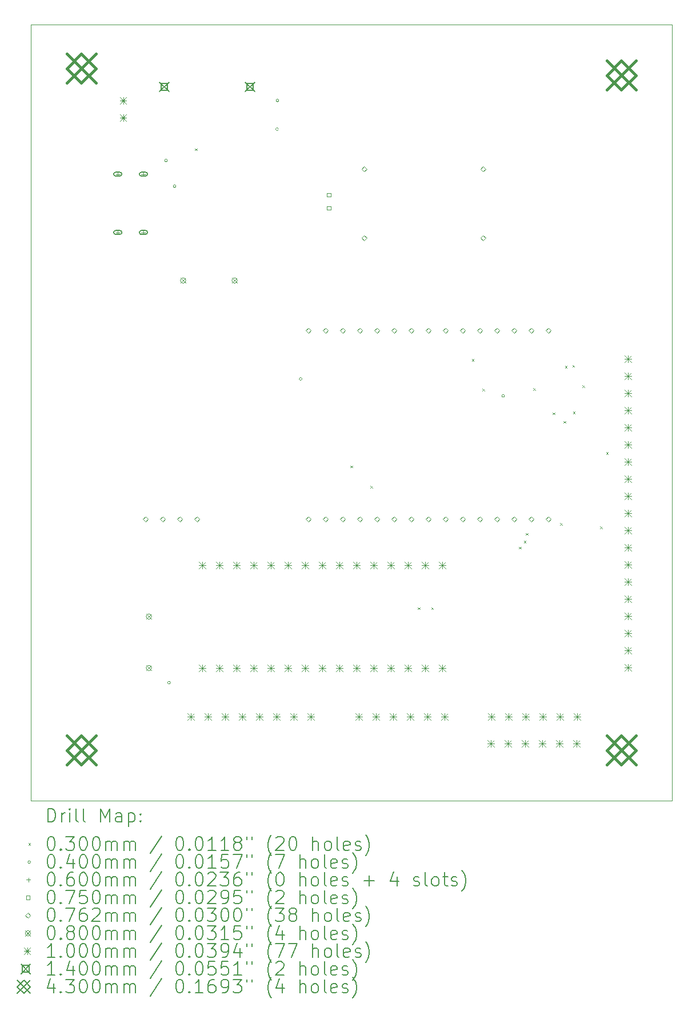
<source format=gbr>
%FSLAX45Y45*%
G04 Gerber Fmt 4.5, Leading zero omitted, Abs format (unit mm)*
G04 Created by KiCad (PCBNEW (6.0.6)) date 2022-07-04 23:32:56*
%MOMM*%
%LPD*%
G01*
G04 APERTURE LIST*
%TA.AperFunction,Profile*%
%ADD10C,0.038100*%
%TD*%
%ADD11C,0.200000*%
%ADD12C,0.030000*%
%ADD13C,0.040000*%
%ADD14C,0.060000*%
%ADD15C,0.075000*%
%ADD16C,0.076200*%
%ADD17C,0.080000*%
%ADD18C,0.100000*%
%ADD19C,0.140000*%
%ADD20C,0.430000*%
G04 APERTURE END LIST*
D10*
X6250000Y-6750000D02*
X15750000Y-6750000D01*
X15750000Y-6750000D02*
X15750000Y-18250000D01*
X15750000Y-18250000D02*
X6250000Y-18250000D01*
X6250000Y-18250000D02*
X6250000Y-6750000D01*
D11*
D12*
X8685000Y-8585000D02*
X8715000Y-8615000D01*
X8715000Y-8585000D02*
X8685000Y-8615000D01*
X10985000Y-13285000D02*
X11015000Y-13315000D01*
X11015000Y-13285000D02*
X10985000Y-13315000D01*
X11285000Y-13585000D02*
X11315000Y-13615000D01*
X11315000Y-13585000D02*
X11285000Y-13615000D01*
X11985000Y-15385000D02*
X12015000Y-15415000D01*
X12015000Y-15385000D02*
X11985000Y-15415000D01*
X12185000Y-15385000D02*
X12215000Y-15415000D01*
X12215000Y-15385000D02*
X12185000Y-15415000D01*
X12785000Y-11705000D02*
X12815000Y-11735000D01*
X12815000Y-11705000D02*
X12785000Y-11735000D01*
X12945000Y-12145000D02*
X12975000Y-12175000D01*
X12975000Y-12145000D02*
X12945000Y-12175000D01*
X13485000Y-14485000D02*
X13515000Y-14515000D01*
X13515000Y-14485000D02*
X13485000Y-14515000D01*
X13558000Y-14399000D02*
X13588000Y-14429000D01*
X13588000Y-14399000D02*
X13558000Y-14429000D01*
X13585000Y-14285000D02*
X13615000Y-14315000D01*
X13615000Y-14285000D02*
X13585000Y-14315000D01*
X13695000Y-12135000D02*
X13725000Y-12165000D01*
X13725000Y-12135000D02*
X13695000Y-12165000D01*
X13985000Y-12495000D02*
X14015000Y-12525000D01*
X14015000Y-12495000D02*
X13985000Y-12525000D01*
X14095000Y-14135000D02*
X14125000Y-14165000D01*
X14125000Y-14135000D02*
X14095000Y-14165000D01*
X14145000Y-12625000D02*
X14175000Y-12655000D01*
X14175000Y-12625000D02*
X14145000Y-12655000D01*
X14165000Y-11805000D02*
X14195000Y-11835000D01*
X14195000Y-11805000D02*
X14165000Y-11835000D01*
X14275000Y-11795000D02*
X14305000Y-11825000D01*
X14305000Y-11795000D02*
X14275000Y-11825000D01*
X14285000Y-12485000D02*
X14315000Y-12515000D01*
X14315000Y-12485000D02*
X14285000Y-12515000D01*
X14425000Y-12095000D02*
X14455000Y-12125000D01*
X14455000Y-12095000D02*
X14425000Y-12125000D01*
X14685000Y-14185000D02*
X14715000Y-14215000D01*
X14715000Y-14185000D02*
X14685000Y-14215000D01*
X14775000Y-13085000D02*
X14805000Y-13115000D01*
X14805000Y-13085000D02*
X14775000Y-13115000D01*
D13*
X8275000Y-8763000D02*
G75*
G03*
X8275000Y-8763000I-20000J0D01*
G01*
X8320000Y-16500000D02*
G75*
G03*
X8320000Y-16500000I-20000J0D01*
G01*
X8402000Y-9144000D02*
G75*
G03*
X8402000Y-9144000I-20000J0D01*
G01*
X9920000Y-8300000D02*
G75*
G03*
X9920000Y-8300000I-20000J0D01*
G01*
X9926000Y-7874000D02*
G75*
G03*
X9926000Y-7874000I-20000J0D01*
G01*
X10270000Y-12000000D02*
G75*
G03*
X10270000Y-12000000I-20000J0D01*
G01*
X13270000Y-12250000D02*
G75*
G03*
X13270000Y-12250000I-20000J0D01*
G01*
D14*
X7540000Y-8936000D02*
X7540000Y-8996000D01*
X7510000Y-8966000D02*
X7570000Y-8966000D01*
D11*
X7570000Y-8936000D02*
X7510000Y-8936000D01*
X7570000Y-8996000D02*
X7510000Y-8996000D01*
X7510000Y-8936000D02*
G75*
G03*
X7510000Y-8996000I0J-30000D01*
G01*
X7570000Y-8996000D02*
G75*
G03*
X7570000Y-8936000I0J30000D01*
G01*
D14*
X7540000Y-9800000D02*
X7540000Y-9860000D01*
X7510000Y-9830000D02*
X7570000Y-9830000D01*
D11*
X7570000Y-9800000D02*
X7510000Y-9800000D01*
X7570000Y-9860000D02*
X7510000Y-9860000D01*
X7510000Y-9800000D02*
G75*
G03*
X7510000Y-9860000I0J-30000D01*
G01*
X7570000Y-9860000D02*
G75*
G03*
X7570000Y-9800000I0J30000D01*
G01*
D14*
X7920000Y-8936000D02*
X7920000Y-8996000D01*
X7890000Y-8966000D02*
X7950000Y-8966000D01*
D11*
X7950000Y-8936000D02*
X7890000Y-8936000D01*
X7950000Y-8996000D02*
X7890000Y-8996000D01*
X7890000Y-8936000D02*
G75*
G03*
X7890000Y-8996000I0J-30000D01*
G01*
X7950000Y-8996000D02*
G75*
G03*
X7950000Y-8936000I0J30000D01*
G01*
D14*
X7920000Y-9800000D02*
X7920000Y-9860000D01*
X7890000Y-9830000D02*
X7950000Y-9830000D01*
D11*
X7950000Y-9800000D02*
X7890000Y-9800000D01*
X7950000Y-9860000D02*
X7890000Y-9860000D01*
X7890000Y-9800000D02*
G75*
G03*
X7890000Y-9860000I0J-30000D01*
G01*
X7950000Y-9860000D02*
G75*
G03*
X7950000Y-9800000I0J30000D01*
G01*
D15*
X10694517Y-9297517D02*
X10694517Y-9244483D01*
X10641483Y-9244483D01*
X10641483Y-9297517D01*
X10694517Y-9297517D01*
X10694517Y-9497517D02*
X10694517Y-9444483D01*
X10641483Y-9444483D01*
X10641483Y-9497517D01*
X10694517Y-9497517D01*
D16*
X7952000Y-14116100D02*
X7990100Y-14078000D01*
X7952000Y-14039900D01*
X7913900Y-14078000D01*
X7952000Y-14116100D01*
X8206000Y-14116100D02*
X8244100Y-14078000D01*
X8206000Y-14039900D01*
X8167900Y-14078000D01*
X8206000Y-14116100D01*
X8460000Y-14116100D02*
X8498100Y-14078000D01*
X8460000Y-14039900D01*
X8421900Y-14078000D01*
X8460000Y-14116100D01*
X8714000Y-14116100D02*
X8752100Y-14078000D01*
X8714000Y-14039900D01*
X8675900Y-14078000D01*
X8714000Y-14116100D01*
X10364000Y-11322100D02*
X10402100Y-11284000D01*
X10364000Y-11245900D01*
X10325900Y-11284000D01*
X10364000Y-11322100D01*
X10364000Y-14116100D02*
X10402100Y-14078000D01*
X10364000Y-14039900D01*
X10325900Y-14078000D01*
X10364000Y-14116100D01*
X10618000Y-11322100D02*
X10656100Y-11284000D01*
X10618000Y-11245900D01*
X10579900Y-11284000D01*
X10618000Y-11322100D01*
X10618000Y-14116100D02*
X10656100Y-14078000D01*
X10618000Y-14039900D01*
X10579900Y-14078000D01*
X10618000Y-14116100D01*
X10872000Y-11322100D02*
X10910100Y-11284000D01*
X10872000Y-11245900D01*
X10833900Y-11284000D01*
X10872000Y-11322100D01*
X10872000Y-14116100D02*
X10910100Y-14078000D01*
X10872000Y-14039900D01*
X10833900Y-14078000D01*
X10872000Y-14116100D01*
X11126000Y-11322100D02*
X11164100Y-11284000D01*
X11126000Y-11245900D01*
X11087900Y-11284000D01*
X11126000Y-11322100D01*
X11126000Y-14116100D02*
X11164100Y-14078000D01*
X11126000Y-14039900D01*
X11087900Y-14078000D01*
X11126000Y-14116100D01*
X11192000Y-8926600D02*
X11230100Y-8888500D01*
X11192000Y-8850400D01*
X11153900Y-8888500D01*
X11192000Y-8926600D01*
X11192000Y-9946600D02*
X11230100Y-9908500D01*
X11192000Y-9870400D01*
X11153900Y-9908500D01*
X11192000Y-9946600D01*
X11380000Y-11322100D02*
X11418100Y-11284000D01*
X11380000Y-11245900D01*
X11341900Y-11284000D01*
X11380000Y-11322100D01*
X11380000Y-14116100D02*
X11418100Y-14078000D01*
X11380000Y-14039900D01*
X11341900Y-14078000D01*
X11380000Y-14116100D01*
X11634000Y-11322100D02*
X11672100Y-11284000D01*
X11634000Y-11245900D01*
X11595900Y-11284000D01*
X11634000Y-11322100D01*
X11634000Y-14116100D02*
X11672100Y-14078000D01*
X11634000Y-14039900D01*
X11595900Y-14078000D01*
X11634000Y-14116100D01*
X11888000Y-11322100D02*
X11926100Y-11284000D01*
X11888000Y-11245900D01*
X11849900Y-11284000D01*
X11888000Y-11322100D01*
X11888000Y-14116100D02*
X11926100Y-14078000D01*
X11888000Y-14039900D01*
X11849900Y-14078000D01*
X11888000Y-14116100D01*
X12142000Y-11322100D02*
X12180100Y-11284000D01*
X12142000Y-11245900D01*
X12103900Y-11284000D01*
X12142000Y-11322100D01*
X12142000Y-14116100D02*
X12180100Y-14078000D01*
X12142000Y-14039900D01*
X12103900Y-14078000D01*
X12142000Y-14116100D01*
X12396000Y-11322100D02*
X12434100Y-11284000D01*
X12396000Y-11245900D01*
X12357900Y-11284000D01*
X12396000Y-11322100D01*
X12396000Y-14116100D02*
X12434100Y-14078000D01*
X12396000Y-14039900D01*
X12357900Y-14078000D01*
X12396000Y-14116100D01*
X12650000Y-11322100D02*
X12688100Y-11284000D01*
X12650000Y-11245900D01*
X12611900Y-11284000D01*
X12650000Y-11322100D01*
X12650000Y-14116100D02*
X12688100Y-14078000D01*
X12650000Y-14039900D01*
X12611900Y-14078000D01*
X12650000Y-14116100D01*
X12904000Y-11322100D02*
X12942100Y-11284000D01*
X12904000Y-11245900D01*
X12865900Y-11284000D01*
X12904000Y-11322100D01*
X12904000Y-14116100D02*
X12942100Y-14078000D01*
X12904000Y-14039900D01*
X12865900Y-14078000D01*
X12904000Y-14116100D01*
X12952000Y-8926600D02*
X12990100Y-8888500D01*
X12952000Y-8850400D01*
X12913900Y-8888500D01*
X12952000Y-8926600D01*
X12952000Y-9946600D02*
X12990100Y-9908500D01*
X12952000Y-9870400D01*
X12913900Y-9908500D01*
X12952000Y-9946600D01*
X13158000Y-11322100D02*
X13196100Y-11284000D01*
X13158000Y-11245900D01*
X13119900Y-11284000D01*
X13158000Y-11322100D01*
X13158000Y-14116100D02*
X13196100Y-14078000D01*
X13158000Y-14039900D01*
X13119900Y-14078000D01*
X13158000Y-14116100D01*
X13412000Y-11322100D02*
X13450100Y-11284000D01*
X13412000Y-11245900D01*
X13373900Y-11284000D01*
X13412000Y-11322100D01*
X13412000Y-14116100D02*
X13450100Y-14078000D01*
X13412000Y-14039900D01*
X13373900Y-14078000D01*
X13412000Y-14116100D01*
X13666000Y-11322100D02*
X13704100Y-11284000D01*
X13666000Y-11245900D01*
X13627900Y-11284000D01*
X13666000Y-11322100D01*
X13666000Y-14116100D02*
X13704100Y-14078000D01*
X13666000Y-14039900D01*
X13627900Y-14078000D01*
X13666000Y-14116100D01*
X13920000Y-11322100D02*
X13958100Y-11284000D01*
X13920000Y-11245900D01*
X13881900Y-11284000D01*
X13920000Y-11322100D01*
X13920000Y-14116100D02*
X13958100Y-14078000D01*
X13920000Y-14039900D01*
X13881900Y-14078000D01*
X13920000Y-14116100D01*
D17*
X7960000Y-15479000D02*
X8040000Y-15559000D01*
X8040000Y-15479000D02*
X7960000Y-15559000D01*
X8040000Y-15519000D02*
G75*
G03*
X8040000Y-15519000I-40000J0D01*
G01*
X7960000Y-16241000D02*
X8040000Y-16321000D01*
X8040000Y-16241000D02*
X7960000Y-16321000D01*
X8040000Y-16281000D02*
G75*
G03*
X8040000Y-16281000I-40000J0D01*
G01*
X8469000Y-10501000D02*
X8549000Y-10581000D01*
X8549000Y-10501000D02*
X8469000Y-10581000D01*
X8549000Y-10541000D02*
G75*
G03*
X8549000Y-10541000I-40000J0D01*
G01*
X9231000Y-10501000D02*
X9311000Y-10581000D01*
X9311000Y-10501000D02*
X9231000Y-10581000D01*
X9311000Y-10541000D02*
G75*
G03*
X9311000Y-10541000I-40000J0D01*
G01*
D18*
X7570000Y-7824000D02*
X7670000Y-7924000D01*
X7670000Y-7824000D02*
X7570000Y-7924000D01*
X7620000Y-7824000D02*
X7620000Y-7924000D01*
X7570000Y-7874000D02*
X7670000Y-7874000D01*
X7570000Y-8078000D02*
X7670000Y-8178000D01*
X7670000Y-8078000D02*
X7570000Y-8178000D01*
X7620000Y-8078000D02*
X7620000Y-8178000D01*
X7570000Y-8128000D02*
X7670000Y-8128000D01*
X8572000Y-16955000D02*
X8672000Y-17055000D01*
X8672000Y-16955000D02*
X8572000Y-17055000D01*
X8622000Y-16955000D02*
X8622000Y-17055000D01*
X8572000Y-17005000D02*
X8672000Y-17005000D01*
X8742500Y-14709500D02*
X8842500Y-14809500D01*
X8842500Y-14709500D02*
X8742500Y-14809500D01*
X8792500Y-14709500D02*
X8792500Y-14809500D01*
X8742500Y-14759500D02*
X8842500Y-14759500D01*
X8742500Y-16233500D02*
X8842500Y-16333500D01*
X8842500Y-16233500D02*
X8742500Y-16333500D01*
X8792500Y-16233500D02*
X8792500Y-16333500D01*
X8742500Y-16283500D02*
X8842500Y-16283500D01*
X8826000Y-16955000D02*
X8926000Y-17055000D01*
X8926000Y-16955000D02*
X8826000Y-17055000D01*
X8876000Y-16955000D02*
X8876000Y-17055000D01*
X8826000Y-17005000D02*
X8926000Y-17005000D01*
X8996500Y-14709500D02*
X9096500Y-14809500D01*
X9096500Y-14709500D02*
X8996500Y-14809500D01*
X9046500Y-14709500D02*
X9046500Y-14809500D01*
X8996500Y-14759500D02*
X9096500Y-14759500D01*
X8996500Y-16233500D02*
X9096500Y-16333500D01*
X9096500Y-16233500D02*
X8996500Y-16333500D01*
X9046500Y-16233500D02*
X9046500Y-16333500D01*
X8996500Y-16283500D02*
X9096500Y-16283500D01*
X9080000Y-16955000D02*
X9180000Y-17055000D01*
X9180000Y-16955000D02*
X9080000Y-17055000D01*
X9130000Y-16955000D02*
X9130000Y-17055000D01*
X9080000Y-17005000D02*
X9180000Y-17005000D01*
X9250500Y-14709500D02*
X9350500Y-14809500D01*
X9350500Y-14709500D02*
X9250500Y-14809500D01*
X9300500Y-14709500D02*
X9300500Y-14809500D01*
X9250500Y-14759500D02*
X9350500Y-14759500D01*
X9250500Y-16233500D02*
X9350500Y-16333500D01*
X9350500Y-16233500D02*
X9250500Y-16333500D01*
X9300500Y-16233500D02*
X9300500Y-16333500D01*
X9250500Y-16283500D02*
X9350500Y-16283500D01*
X9334000Y-16955000D02*
X9434000Y-17055000D01*
X9434000Y-16955000D02*
X9334000Y-17055000D01*
X9384000Y-16955000D02*
X9384000Y-17055000D01*
X9334000Y-17005000D02*
X9434000Y-17005000D01*
X9504500Y-14709500D02*
X9604500Y-14809500D01*
X9604500Y-14709500D02*
X9504500Y-14809500D01*
X9554500Y-14709500D02*
X9554500Y-14809500D01*
X9504500Y-14759500D02*
X9604500Y-14759500D01*
X9504500Y-16233500D02*
X9604500Y-16333500D01*
X9604500Y-16233500D02*
X9504500Y-16333500D01*
X9554500Y-16233500D02*
X9554500Y-16333500D01*
X9504500Y-16283500D02*
X9604500Y-16283500D01*
X9588000Y-16955000D02*
X9688000Y-17055000D01*
X9688000Y-16955000D02*
X9588000Y-17055000D01*
X9638000Y-16955000D02*
X9638000Y-17055000D01*
X9588000Y-17005000D02*
X9688000Y-17005000D01*
X9758500Y-14709500D02*
X9858500Y-14809500D01*
X9858500Y-14709500D02*
X9758500Y-14809500D01*
X9808500Y-14709500D02*
X9808500Y-14809500D01*
X9758500Y-14759500D02*
X9858500Y-14759500D01*
X9758500Y-16233500D02*
X9858500Y-16333500D01*
X9858500Y-16233500D02*
X9758500Y-16333500D01*
X9808500Y-16233500D02*
X9808500Y-16333500D01*
X9758500Y-16283500D02*
X9858500Y-16283500D01*
X9842000Y-16955000D02*
X9942000Y-17055000D01*
X9942000Y-16955000D02*
X9842000Y-17055000D01*
X9892000Y-16955000D02*
X9892000Y-17055000D01*
X9842000Y-17005000D02*
X9942000Y-17005000D01*
X10012500Y-14709500D02*
X10112500Y-14809500D01*
X10112500Y-14709500D02*
X10012500Y-14809500D01*
X10062500Y-14709500D02*
X10062500Y-14809500D01*
X10012500Y-14759500D02*
X10112500Y-14759500D01*
X10012500Y-16233500D02*
X10112500Y-16333500D01*
X10112500Y-16233500D02*
X10012500Y-16333500D01*
X10062500Y-16233500D02*
X10062500Y-16333500D01*
X10012500Y-16283500D02*
X10112500Y-16283500D01*
X10096000Y-16955000D02*
X10196000Y-17055000D01*
X10196000Y-16955000D02*
X10096000Y-17055000D01*
X10146000Y-16955000D02*
X10146000Y-17055000D01*
X10096000Y-17005000D02*
X10196000Y-17005000D01*
X10266500Y-14709500D02*
X10366500Y-14809500D01*
X10366500Y-14709500D02*
X10266500Y-14809500D01*
X10316500Y-14709500D02*
X10316500Y-14809500D01*
X10266500Y-14759500D02*
X10366500Y-14759500D01*
X10266500Y-16233500D02*
X10366500Y-16333500D01*
X10366500Y-16233500D02*
X10266500Y-16333500D01*
X10316500Y-16233500D02*
X10316500Y-16333500D01*
X10266500Y-16283500D02*
X10366500Y-16283500D01*
X10350000Y-16955000D02*
X10450000Y-17055000D01*
X10450000Y-16955000D02*
X10350000Y-17055000D01*
X10400000Y-16955000D02*
X10400000Y-17055000D01*
X10350000Y-17005000D02*
X10450000Y-17005000D01*
X10520500Y-14709500D02*
X10620500Y-14809500D01*
X10620500Y-14709500D02*
X10520500Y-14809500D01*
X10570500Y-14709500D02*
X10570500Y-14809500D01*
X10520500Y-14759500D02*
X10620500Y-14759500D01*
X10520500Y-16233500D02*
X10620500Y-16333500D01*
X10620500Y-16233500D02*
X10520500Y-16333500D01*
X10570500Y-16233500D02*
X10570500Y-16333500D01*
X10520500Y-16283500D02*
X10620500Y-16283500D01*
X10774500Y-14709500D02*
X10874500Y-14809500D01*
X10874500Y-14709500D02*
X10774500Y-14809500D01*
X10824500Y-14709500D02*
X10824500Y-14809500D01*
X10774500Y-14759500D02*
X10874500Y-14759500D01*
X10774500Y-16233500D02*
X10874500Y-16333500D01*
X10874500Y-16233500D02*
X10774500Y-16333500D01*
X10824500Y-16233500D02*
X10824500Y-16333500D01*
X10774500Y-16283500D02*
X10874500Y-16283500D01*
X11028500Y-14709500D02*
X11128500Y-14809500D01*
X11128500Y-14709500D02*
X11028500Y-14809500D01*
X11078500Y-14709500D02*
X11078500Y-14809500D01*
X11028500Y-14759500D02*
X11128500Y-14759500D01*
X11028500Y-16233500D02*
X11128500Y-16333500D01*
X11128500Y-16233500D02*
X11028500Y-16333500D01*
X11078500Y-16233500D02*
X11078500Y-16333500D01*
X11028500Y-16283500D02*
X11128500Y-16283500D01*
X11062500Y-16950000D02*
X11162500Y-17050000D01*
X11162500Y-16950000D02*
X11062500Y-17050000D01*
X11112500Y-16950000D02*
X11112500Y-17050000D01*
X11062500Y-17000000D02*
X11162500Y-17000000D01*
X11282500Y-14709500D02*
X11382500Y-14809500D01*
X11382500Y-14709500D02*
X11282500Y-14809500D01*
X11332500Y-14709500D02*
X11332500Y-14809500D01*
X11282500Y-14759500D02*
X11382500Y-14759500D01*
X11282500Y-16233500D02*
X11382500Y-16333500D01*
X11382500Y-16233500D02*
X11282500Y-16333500D01*
X11332500Y-16233500D02*
X11332500Y-16333500D01*
X11282500Y-16283500D02*
X11382500Y-16283500D01*
X11316500Y-16950000D02*
X11416500Y-17050000D01*
X11416500Y-16950000D02*
X11316500Y-17050000D01*
X11366500Y-16950000D02*
X11366500Y-17050000D01*
X11316500Y-17000000D02*
X11416500Y-17000000D01*
X11536500Y-14709500D02*
X11636500Y-14809500D01*
X11636500Y-14709500D02*
X11536500Y-14809500D01*
X11586500Y-14709500D02*
X11586500Y-14809500D01*
X11536500Y-14759500D02*
X11636500Y-14759500D01*
X11536500Y-16233500D02*
X11636500Y-16333500D01*
X11636500Y-16233500D02*
X11536500Y-16333500D01*
X11586500Y-16233500D02*
X11586500Y-16333500D01*
X11536500Y-16283500D02*
X11636500Y-16283500D01*
X11570500Y-16950000D02*
X11670500Y-17050000D01*
X11670500Y-16950000D02*
X11570500Y-17050000D01*
X11620500Y-16950000D02*
X11620500Y-17050000D01*
X11570500Y-17000000D02*
X11670500Y-17000000D01*
X11790500Y-14709500D02*
X11890500Y-14809500D01*
X11890500Y-14709500D02*
X11790500Y-14809500D01*
X11840500Y-14709500D02*
X11840500Y-14809500D01*
X11790500Y-14759500D02*
X11890500Y-14759500D01*
X11790500Y-16233500D02*
X11890500Y-16333500D01*
X11890500Y-16233500D02*
X11790500Y-16333500D01*
X11840500Y-16233500D02*
X11840500Y-16333500D01*
X11790500Y-16283500D02*
X11890500Y-16283500D01*
X11824500Y-16950000D02*
X11924500Y-17050000D01*
X11924500Y-16950000D02*
X11824500Y-17050000D01*
X11874500Y-16950000D02*
X11874500Y-17050000D01*
X11824500Y-17000000D02*
X11924500Y-17000000D01*
X12044500Y-14709500D02*
X12144500Y-14809500D01*
X12144500Y-14709500D02*
X12044500Y-14809500D01*
X12094500Y-14709500D02*
X12094500Y-14809500D01*
X12044500Y-14759500D02*
X12144500Y-14759500D01*
X12044500Y-16233500D02*
X12144500Y-16333500D01*
X12144500Y-16233500D02*
X12044500Y-16333500D01*
X12094500Y-16233500D02*
X12094500Y-16333500D01*
X12044500Y-16283500D02*
X12144500Y-16283500D01*
X12078500Y-16950000D02*
X12178500Y-17050000D01*
X12178500Y-16950000D02*
X12078500Y-17050000D01*
X12128500Y-16950000D02*
X12128500Y-17050000D01*
X12078500Y-17000000D02*
X12178500Y-17000000D01*
X12298500Y-14709500D02*
X12398500Y-14809500D01*
X12398500Y-14709500D02*
X12298500Y-14809500D01*
X12348500Y-14709500D02*
X12348500Y-14809500D01*
X12298500Y-14759500D02*
X12398500Y-14759500D01*
X12298500Y-16233500D02*
X12398500Y-16333500D01*
X12398500Y-16233500D02*
X12298500Y-16333500D01*
X12348500Y-16233500D02*
X12348500Y-16333500D01*
X12298500Y-16283500D02*
X12398500Y-16283500D01*
X12332500Y-16950000D02*
X12432500Y-17050000D01*
X12432500Y-16950000D02*
X12332500Y-17050000D01*
X12382500Y-16950000D02*
X12382500Y-17050000D01*
X12332500Y-17000000D02*
X12432500Y-17000000D01*
X13015000Y-17352500D02*
X13115000Y-17452500D01*
X13115000Y-17352500D02*
X13015000Y-17452500D01*
X13065000Y-17352500D02*
X13065000Y-17452500D01*
X13015000Y-17402500D02*
X13115000Y-17402500D01*
X13027500Y-16952500D02*
X13127500Y-17052500D01*
X13127500Y-16952500D02*
X13027500Y-17052500D01*
X13077500Y-16952500D02*
X13077500Y-17052500D01*
X13027500Y-17002500D02*
X13127500Y-17002500D01*
X13269000Y-17352500D02*
X13369000Y-17452500D01*
X13369000Y-17352500D02*
X13269000Y-17452500D01*
X13319000Y-17352500D02*
X13319000Y-17452500D01*
X13269000Y-17402500D02*
X13369000Y-17402500D01*
X13281500Y-16952500D02*
X13381500Y-17052500D01*
X13381500Y-16952500D02*
X13281500Y-17052500D01*
X13331500Y-16952500D02*
X13331500Y-17052500D01*
X13281500Y-17002500D02*
X13381500Y-17002500D01*
X13523000Y-17352500D02*
X13623000Y-17452500D01*
X13623000Y-17352500D02*
X13523000Y-17452500D01*
X13573000Y-17352500D02*
X13573000Y-17452500D01*
X13523000Y-17402500D02*
X13623000Y-17402500D01*
X13535500Y-16952500D02*
X13635500Y-17052500D01*
X13635500Y-16952500D02*
X13535500Y-17052500D01*
X13585500Y-16952500D02*
X13585500Y-17052500D01*
X13535500Y-17002500D02*
X13635500Y-17002500D01*
X13777000Y-17352500D02*
X13877000Y-17452500D01*
X13877000Y-17352500D02*
X13777000Y-17452500D01*
X13827000Y-17352500D02*
X13827000Y-17452500D01*
X13777000Y-17402500D02*
X13877000Y-17402500D01*
X13789500Y-16952500D02*
X13889500Y-17052500D01*
X13889500Y-16952500D02*
X13789500Y-17052500D01*
X13839500Y-16952500D02*
X13839500Y-17052500D01*
X13789500Y-17002500D02*
X13889500Y-17002500D01*
X14031000Y-17352500D02*
X14131000Y-17452500D01*
X14131000Y-17352500D02*
X14031000Y-17452500D01*
X14081000Y-17352500D02*
X14081000Y-17452500D01*
X14031000Y-17402500D02*
X14131000Y-17402500D01*
X14043500Y-16952500D02*
X14143500Y-17052500D01*
X14143500Y-16952500D02*
X14043500Y-17052500D01*
X14093500Y-16952500D02*
X14093500Y-17052500D01*
X14043500Y-17002500D02*
X14143500Y-17002500D01*
X14285000Y-17352500D02*
X14385000Y-17452500D01*
X14385000Y-17352500D02*
X14285000Y-17452500D01*
X14335000Y-17352500D02*
X14335000Y-17452500D01*
X14285000Y-17402500D02*
X14385000Y-17402500D01*
X14297500Y-16952500D02*
X14397500Y-17052500D01*
X14397500Y-16952500D02*
X14297500Y-17052500D01*
X14347500Y-16952500D02*
X14347500Y-17052500D01*
X14297500Y-17002500D02*
X14397500Y-17002500D01*
X15050000Y-11650000D02*
X15150000Y-11750000D01*
X15150000Y-11650000D02*
X15050000Y-11750000D01*
X15100000Y-11650000D02*
X15100000Y-11750000D01*
X15050000Y-11700000D02*
X15150000Y-11700000D01*
X15050000Y-11904000D02*
X15150000Y-12004000D01*
X15150000Y-11904000D02*
X15050000Y-12004000D01*
X15100000Y-11904000D02*
X15100000Y-12004000D01*
X15050000Y-11954000D02*
X15150000Y-11954000D01*
X15050000Y-12158000D02*
X15150000Y-12258000D01*
X15150000Y-12158000D02*
X15050000Y-12258000D01*
X15100000Y-12158000D02*
X15100000Y-12258000D01*
X15050000Y-12208000D02*
X15150000Y-12208000D01*
X15050000Y-12412000D02*
X15150000Y-12512000D01*
X15150000Y-12412000D02*
X15050000Y-12512000D01*
X15100000Y-12412000D02*
X15100000Y-12512000D01*
X15050000Y-12462000D02*
X15150000Y-12462000D01*
X15050000Y-12666000D02*
X15150000Y-12766000D01*
X15150000Y-12666000D02*
X15050000Y-12766000D01*
X15100000Y-12666000D02*
X15100000Y-12766000D01*
X15050000Y-12716000D02*
X15150000Y-12716000D01*
X15050000Y-12920000D02*
X15150000Y-13020000D01*
X15150000Y-12920000D02*
X15050000Y-13020000D01*
X15100000Y-12920000D02*
X15100000Y-13020000D01*
X15050000Y-12970000D02*
X15150000Y-12970000D01*
X15050000Y-13174000D02*
X15150000Y-13274000D01*
X15150000Y-13174000D02*
X15050000Y-13274000D01*
X15100000Y-13174000D02*
X15100000Y-13274000D01*
X15050000Y-13224000D02*
X15150000Y-13224000D01*
X15050000Y-13428000D02*
X15150000Y-13528000D01*
X15150000Y-13428000D02*
X15050000Y-13528000D01*
X15100000Y-13428000D02*
X15100000Y-13528000D01*
X15050000Y-13478000D02*
X15150000Y-13478000D01*
X15050000Y-13682000D02*
X15150000Y-13782000D01*
X15150000Y-13682000D02*
X15050000Y-13782000D01*
X15100000Y-13682000D02*
X15100000Y-13782000D01*
X15050000Y-13732000D02*
X15150000Y-13732000D01*
X15050000Y-13936000D02*
X15150000Y-14036000D01*
X15150000Y-13936000D02*
X15050000Y-14036000D01*
X15100000Y-13936000D02*
X15100000Y-14036000D01*
X15050000Y-13986000D02*
X15150000Y-13986000D01*
X15050000Y-14190000D02*
X15150000Y-14290000D01*
X15150000Y-14190000D02*
X15050000Y-14290000D01*
X15100000Y-14190000D02*
X15100000Y-14290000D01*
X15050000Y-14240000D02*
X15150000Y-14240000D01*
X15050000Y-14444000D02*
X15150000Y-14544000D01*
X15150000Y-14444000D02*
X15050000Y-14544000D01*
X15100000Y-14444000D02*
X15100000Y-14544000D01*
X15050000Y-14494000D02*
X15150000Y-14494000D01*
X15050000Y-14698000D02*
X15150000Y-14798000D01*
X15150000Y-14698000D02*
X15050000Y-14798000D01*
X15100000Y-14698000D02*
X15100000Y-14798000D01*
X15050000Y-14748000D02*
X15150000Y-14748000D01*
X15050000Y-14952000D02*
X15150000Y-15052000D01*
X15150000Y-14952000D02*
X15050000Y-15052000D01*
X15100000Y-14952000D02*
X15100000Y-15052000D01*
X15050000Y-15002000D02*
X15150000Y-15002000D01*
X15050000Y-15206000D02*
X15150000Y-15306000D01*
X15150000Y-15206000D02*
X15050000Y-15306000D01*
X15100000Y-15206000D02*
X15100000Y-15306000D01*
X15050000Y-15256000D02*
X15150000Y-15256000D01*
X15050000Y-15460000D02*
X15150000Y-15560000D01*
X15150000Y-15460000D02*
X15050000Y-15560000D01*
X15100000Y-15460000D02*
X15100000Y-15560000D01*
X15050000Y-15510000D02*
X15150000Y-15510000D01*
X15050000Y-15714000D02*
X15150000Y-15814000D01*
X15150000Y-15714000D02*
X15050000Y-15814000D01*
X15100000Y-15714000D02*
X15100000Y-15814000D01*
X15050000Y-15764000D02*
X15150000Y-15764000D01*
X15050000Y-15968000D02*
X15150000Y-16068000D01*
X15150000Y-15968000D02*
X15050000Y-16068000D01*
X15100000Y-15968000D02*
X15100000Y-16068000D01*
X15050000Y-16018000D02*
X15150000Y-16018000D01*
X15050000Y-16222000D02*
X15150000Y-16322000D01*
X15150000Y-16222000D02*
X15050000Y-16322000D01*
X15100000Y-16222000D02*
X15100000Y-16322000D01*
X15050000Y-16272000D02*
X15150000Y-16272000D01*
D19*
X8160000Y-7603000D02*
X8300000Y-7743000D01*
X8300000Y-7603000D02*
X8160000Y-7743000D01*
X8279498Y-7722498D02*
X8279498Y-7623502D01*
X8180502Y-7623502D01*
X8180502Y-7722498D01*
X8279498Y-7722498D01*
X9430000Y-7603000D02*
X9570000Y-7743000D01*
X9570000Y-7603000D02*
X9430000Y-7743000D01*
X9549498Y-7722498D02*
X9549498Y-7623502D01*
X9450502Y-7623502D01*
X9450502Y-7722498D01*
X9549498Y-7722498D01*
D20*
X6785000Y-7185000D02*
X7215000Y-7615000D01*
X7215000Y-7185000D02*
X6785000Y-7615000D01*
X7000000Y-7615000D02*
X7215000Y-7400000D01*
X7000000Y-7185000D01*
X6785000Y-7400000D01*
X7000000Y-7615000D01*
X6785000Y-17285000D02*
X7215000Y-17715000D01*
X7215000Y-17285000D02*
X6785000Y-17715000D01*
X7000000Y-17715000D02*
X7215000Y-17500000D01*
X7000000Y-17285000D01*
X6785000Y-17500000D01*
X7000000Y-17715000D01*
X14785000Y-7285000D02*
X15215000Y-7715000D01*
X15215000Y-7285000D02*
X14785000Y-7715000D01*
X15000000Y-7715000D02*
X15215000Y-7500000D01*
X15000000Y-7285000D01*
X14785000Y-7500000D01*
X15000000Y-7715000D01*
X14785000Y-17285000D02*
X15215000Y-17715000D01*
X15215000Y-17285000D02*
X14785000Y-17715000D01*
X15000000Y-17715000D02*
X15215000Y-17500000D01*
X15000000Y-17285000D01*
X14785000Y-17500000D01*
X15000000Y-17715000D01*
D11*
X6505714Y-18562381D02*
X6505714Y-18362381D01*
X6553333Y-18362381D01*
X6581904Y-18371905D01*
X6600952Y-18390953D01*
X6610476Y-18410000D01*
X6620000Y-18448095D01*
X6620000Y-18476667D01*
X6610476Y-18514762D01*
X6600952Y-18533810D01*
X6581904Y-18552857D01*
X6553333Y-18562381D01*
X6505714Y-18562381D01*
X6705714Y-18562381D02*
X6705714Y-18429048D01*
X6705714Y-18467143D02*
X6715238Y-18448095D01*
X6724762Y-18438572D01*
X6743809Y-18429048D01*
X6762857Y-18429048D01*
X6829523Y-18562381D02*
X6829523Y-18429048D01*
X6829523Y-18362381D02*
X6820000Y-18371905D01*
X6829523Y-18381429D01*
X6839047Y-18371905D01*
X6829523Y-18362381D01*
X6829523Y-18381429D01*
X6953333Y-18562381D02*
X6934285Y-18552857D01*
X6924762Y-18533810D01*
X6924762Y-18362381D01*
X7058095Y-18562381D02*
X7039047Y-18552857D01*
X7029523Y-18533810D01*
X7029523Y-18362381D01*
X7286666Y-18562381D02*
X7286666Y-18362381D01*
X7353333Y-18505238D01*
X7420000Y-18362381D01*
X7420000Y-18562381D01*
X7600952Y-18562381D02*
X7600952Y-18457619D01*
X7591428Y-18438572D01*
X7572381Y-18429048D01*
X7534285Y-18429048D01*
X7515238Y-18438572D01*
X7600952Y-18552857D02*
X7581904Y-18562381D01*
X7534285Y-18562381D01*
X7515238Y-18552857D01*
X7505714Y-18533810D01*
X7505714Y-18514762D01*
X7515238Y-18495715D01*
X7534285Y-18486191D01*
X7581904Y-18486191D01*
X7600952Y-18476667D01*
X7696190Y-18429048D02*
X7696190Y-18629048D01*
X7696190Y-18438572D02*
X7715238Y-18429048D01*
X7753333Y-18429048D01*
X7772381Y-18438572D01*
X7781904Y-18448095D01*
X7791428Y-18467143D01*
X7791428Y-18524286D01*
X7781904Y-18543334D01*
X7772381Y-18552857D01*
X7753333Y-18562381D01*
X7715238Y-18562381D01*
X7696190Y-18552857D01*
X7877143Y-18543334D02*
X7886666Y-18552857D01*
X7877143Y-18562381D01*
X7867619Y-18552857D01*
X7877143Y-18543334D01*
X7877143Y-18562381D01*
X7877143Y-18438572D02*
X7886666Y-18448095D01*
X7877143Y-18457619D01*
X7867619Y-18448095D01*
X7877143Y-18438572D01*
X7877143Y-18457619D01*
D12*
X6218095Y-18876905D02*
X6248095Y-18906905D01*
X6248095Y-18876905D02*
X6218095Y-18906905D01*
D11*
X6543809Y-18782381D02*
X6562857Y-18782381D01*
X6581904Y-18791905D01*
X6591428Y-18801429D01*
X6600952Y-18820476D01*
X6610476Y-18858572D01*
X6610476Y-18906191D01*
X6600952Y-18944286D01*
X6591428Y-18963334D01*
X6581904Y-18972857D01*
X6562857Y-18982381D01*
X6543809Y-18982381D01*
X6524762Y-18972857D01*
X6515238Y-18963334D01*
X6505714Y-18944286D01*
X6496190Y-18906191D01*
X6496190Y-18858572D01*
X6505714Y-18820476D01*
X6515238Y-18801429D01*
X6524762Y-18791905D01*
X6543809Y-18782381D01*
X6696190Y-18963334D02*
X6705714Y-18972857D01*
X6696190Y-18982381D01*
X6686666Y-18972857D01*
X6696190Y-18963334D01*
X6696190Y-18982381D01*
X6772381Y-18782381D02*
X6896190Y-18782381D01*
X6829523Y-18858572D01*
X6858095Y-18858572D01*
X6877143Y-18868095D01*
X6886666Y-18877619D01*
X6896190Y-18896667D01*
X6896190Y-18944286D01*
X6886666Y-18963334D01*
X6877143Y-18972857D01*
X6858095Y-18982381D01*
X6800952Y-18982381D01*
X6781904Y-18972857D01*
X6772381Y-18963334D01*
X7020000Y-18782381D02*
X7039047Y-18782381D01*
X7058095Y-18791905D01*
X7067619Y-18801429D01*
X7077143Y-18820476D01*
X7086666Y-18858572D01*
X7086666Y-18906191D01*
X7077143Y-18944286D01*
X7067619Y-18963334D01*
X7058095Y-18972857D01*
X7039047Y-18982381D01*
X7020000Y-18982381D01*
X7000952Y-18972857D01*
X6991428Y-18963334D01*
X6981904Y-18944286D01*
X6972381Y-18906191D01*
X6972381Y-18858572D01*
X6981904Y-18820476D01*
X6991428Y-18801429D01*
X7000952Y-18791905D01*
X7020000Y-18782381D01*
X7210476Y-18782381D02*
X7229523Y-18782381D01*
X7248571Y-18791905D01*
X7258095Y-18801429D01*
X7267619Y-18820476D01*
X7277143Y-18858572D01*
X7277143Y-18906191D01*
X7267619Y-18944286D01*
X7258095Y-18963334D01*
X7248571Y-18972857D01*
X7229523Y-18982381D01*
X7210476Y-18982381D01*
X7191428Y-18972857D01*
X7181904Y-18963334D01*
X7172381Y-18944286D01*
X7162857Y-18906191D01*
X7162857Y-18858572D01*
X7172381Y-18820476D01*
X7181904Y-18801429D01*
X7191428Y-18791905D01*
X7210476Y-18782381D01*
X7362857Y-18982381D02*
X7362857Y-18849048D01*
X7362857Y-18868095D02*
X7372381Y-18858572D01*
X7391428Y-18849048D01*
X7420000Y-18849048D01*
X7439047Y-18858572D01*
X7448571Y-18877619D01*
X7448571Y-18982381D01*
X7448571Y-18877619D02*
X7458095Y-18858572D01*
X7477143Y-18849048D01*
X7505714Y-18849048D01*
X7524762Y-18858572D01*
X7534285Y-18877619D01*
X7534285Y-18982381D01*
X7629523Y-18982381D02*
X7629523Y-18849048D01*
X7629523Y-18868095D02*
X7639047Y-18858572D01*
X7658095Y-18849048D01*
X7686666Y-18849048D01*
X7705714Y-18858572D01*
X7715238Y-18877619D01*
X7715238Y-18982381D01*
X7715238Y-18877619D02*
X7724762Y-18858572D01*
X7743809Y-18849048D01*
X7772381Y-18849048D01*
X7791428Y-18858572D01*
X7800952Y-18877619D01*
X7800952Y-18982381D01*
X8191428Y-18772857D02*
X8020000Y-19030000D01*
X8448571Y-18782381D02*
X8467619Y-18782381D01*
X8486666Y-18791905D01*
X8496190Y-18801429D01*
X8505714Y-18820476D01*
X8515238Y-18858572D01*
X8515238Y-18906191D01*
X8505714Y-18944286D01*
X8496190Y-18963334D01*
X8486666Y-18972857D01*
X8467619Y-18982381D01*
X8448571Y-18982381D01*
X8429524Y-18972857D01*
X8420000Y-18963334D01*
X8410476Y-18944286D01*
X8400952Y-18906191D01*
X8400952Y-18858572D01*
X8410476Y-18820476D01*
X8420000Y-18801429D01*
X8429524Y-18791905D01*
X8448571Y-18782381D01*
X8600952Y-18963334D02*
X8610476Y-18972857D01*
X8600952Y-18982381D01*
X8591428Y-18972857D01*
X8600952Y-18963334D01*
X8600952Y-18982381D01*
X8734285Y-18782381D02*
X8753333Y-18782381D01*
X8772381Y-18791905D01*
X8781905Y-18801429D01*
X8791428Y-18820476D01*
X8800952Y-18858572D01*
X8800952Y-18906191D01*
X8791428Y-18944286D01*
X8781905Y-18963334D01*
X8772381Y-18972857D01*
X8753333Y-18982381D01*
X8734285Y-18982381D01*
X8715238Y-18972857D01*
X8705714Y-18963334D01*
X8696190Y-18944286D01*
X8686666Y-18906191D01*
X8686666Y-18858572D01*
X8696190Y-18820476D01*
X8705714Y-18801429D01*
X8715238Y-18791905D01*
X8734285Y-18782381D01*
X8991428Y-18982381D02*
X8877143Y-18982381D01*
X8934285Y-18982381D02*
X8934285Y-18782381D01*
X8915238Y-18810953D01*
X8896190Y-18830000D01*
X8877143Y-18839524D01*
X9181905Y-18982381D02*
X9067619Y-18982381D01*
X9124762Y-18982381D02*
X9124762Y-18782381D01*
X9105714Y-18810953D01*
X9086666Y-18830000D01*
X9067619Y-18839524D01*
X9296190Y-18868095D02*
X9277143Y-18858572D01*
X9267619Y-18849048D01*
X9258095Y-18830000D01*
X9258095Y-18820476D01*
X9267619Y-18801429D01*
X9277143Y-18791905D01*
X9296190Y-18782381D01*
X9334285Y-18782381D01*
X9353333Y-18791905D01*
X9362857Y-18801429D01*
X9372381Y-18820476D01*
X9372381Y-18830000D01*
X9362857Y-18849048D01*
X9353333Y-18858572D01*
X9334285Y-18868095D01*
X9296190Y-18868095D01*
X9277143Y-18877619D01*
X9267619Y-18887143D01*
X9258095Y-18906191D01*
X9258095Y-18944286D01*
X9267619Y-18963334D01*
X9277143Y-18972857D01*
X9296190Y-18982381D01*
X9334285Y-18982381D01*
X9353333Y-18972857D01*
X9362857Y-18963334D01*
X9372381Y-18944286D01*
X9372381Y-18906191D01*
X9362857Y-18887143D01*
X9353333Y-18877619D01*
X9334285Y-18868095D01*
X9448571Y-18782381D02*
X9448571Y-18820476D01*
X9524762Y-18782381D02*
X9524762Y-18820476D01*
X9820000Y-19058572D02*
X9810476Y-19049048D01*
X9791428Y-19020476D01*
X9781905Y-19001429D01*
X9772381Y-18972857D01*
X9762857Y-18925238D01*
X9762857Y-18887143D01*
X9772381Y-18839524D01*
X9781905Y-18810953D01*
X9791428Y-18791905D01*
X9810476Y-18763334D01*
X9820000Y-18753810D01*
X9886666Y-18801429D02*
X9896190Y-18791905D01*
X9915238Y-18782381D01*
X9962857Y-18782381D01*
X9981905Y-18791905D01*
X9991428Y-18801429D01*
X10000952Y-18820476D01*
X10000952Y-18839524D01*
X9991428Y-18868095D01*
X9877143Y-18982381D01*
X10000952Y-18982381D01*
X10124762Y-18782381D02*
X10143809Y-18782381D01*
X10162857Y-18791905D01*
X10172381Y-18801429D01*
X10181905Y-18820476D01*
X10191428Y-18858572D01*
X10191428Y-18906191D01*
X10181905Y-18944286D01*
X10172381Y-18963334D01*
X10162857Y-18972857D01*
X10143809Y-18982381D01*
X10124762Y-18982381D01*
X10105714Y-18972857D01*
X10096190Y-18963334D01*
X10086666Y-18944286D01*
X10077143Y-18906191D01*
X10077143Y-18858572D01*
X10086666Y-18820476D01*
X10096190Y-18801429D01*
X10105714Y-18791905D01*
X10124762Y-18782381D01*
X10429524Y-18982381D02*
X10429524Y-18782381D01*
X10515238Y-18982381D02*
X10515238Y-18877619D01*
X10505714Y-18858572D01*
X10486666Y-18849048D01*
X10458095Y-18849048D01*
X10439047Y-18858572D01*
X10429524Y-18868095D01*
X10639047Y-18982381D02*
X10620000Y-18972857D01*
X10610476Y-18963334D01*
X10600952Y-18944286D01*
X10600952Y-18887143D01*
X10610476Y-18868095D01*
X10620000Y-18858572D01*
X10639047Y-18849048D01*
X10667619Y-18849048D01*
X10686666Y-18858572D01*
X10696190Y-18868095D01*
X10705714Y-18887143D01*
X10705714Y-18944286D01*
X10696190Y-18963334D01*
X10686666Y-18972857D01*
X10667619Y-18982381D01*
X10639047Y-18982381D01*
X10820000Y-18982381D02*
X10800952Y-18972857D01*
X10791428Y-18953810D01*
X10791428Y-18782381D01*
X10972381Y-18972857D02*
X10953333Y-18982381D01*
X10915238Y-18982381D01*
X10896190Y-18972857D01*
X10886666Y-18953810D01*
X10886666Y-18877619D01*
X10896190Y-18858572D01*
X10915238Y-18849048D01*
X10953333Y-18849048D01*
X10972381Y-18858572D01*
X10981905Y-18877619D01*
X10981905Y-18896667D01*
X10886666Y-18915715D01*
X11058095Y-18972857D02*
X11077143Y-18982381D01*
X11115238Y-18982381D01*
X11134285Y-18972857D01*
X11143809Y-18953810D01*
X11143809Y-18944286D01*
X11134285Y-18925238D01*
X11115238Y-18915715D01*
X11086666Y-18915715D01*
X11067619Y-18906191D01*
X11058095Y-18887143D01*
X11058095Y-18877619D01*
X11067619Y-18858572D01*
X11086666Y-18849048D01*
X11115238Y-18849048D01*
X11134285Y-18858572D01*
X11210476Y-19058572D02*
X11220000Y-19049048D01*
X11239047Y-19020476D01*
X11248571Y-19001429D01*
X11258095Y-18972857D01*
X11267619Y-18925238D01*
X11267619Y-18887143D01*
X11258095Y-18839524D01*
X11248571Y-18810953D01*
X11239047Y-18791905D01*
X11220000Y-18763334D01*
X11210476Y-18753810D01*
D13*
X6248095Y-19155905D02*
G75*
G03*
X6248095Y-19155905I-20000J0D01*
G01*
D11*
X6543809Y-19046381D02*
X6562857Y-19046381D01*
X6581904Y-19055905D01*
X6591428Y-19065429D01*
X6600952Y-19084476D01*
X6610476Y-19122572D01*
X6610476Y-19170191D01*
X6600952Y-19208286D01*
X6591428Y-19227334D01*
X6581904Y-19236857D01*
X6562857Y-19246381D01*
X6543809Y-19246381D01*
X6524762Y-19236857D01*
X6515238Y-19227334D01*
X6505714Y-19208286D01*
X6496190Y-19170191D01*
X6496190Y-19122572D01*
X6505714Y-19084476D01*
X6515238Y-19065429D01*
X6524762Y-19055905D01*
X6543809Y-19046381D01*
X6696190Y-19227334D02*
X6705714Y-19236857D01*
X6696190Y-19246381D01*
X6686666Y-19236857D01*
X6696190Y-19227334D01*
X6696190Y-19246381D01*
X6877143Y-19113048D02*
X6877143Y-19246381D01*
X6829523Y-19036857D02*
X6781904Y-19179715D01*
X6905714Y-19179715D01*
X7020000Y-19046381D02*
X7039047Y-19046381D01*
X7058095Y-19055905D01*
X7067619Y-19065429D01*
X7077143Y-19084476D01*
X7086666Y-19122572D01*
X7086666Y-19170191D01*
X7077143Y-19208286D01*
X7067619Y-19227334D01*
X7058095Y-19236857D01*
X7039047Y-19246381D01*
X7020000Y-19246381D01*
X7000952Y-19236857D01*
X6991428Y-19227334D01*
X6981904Y-19208286D01*
X6972381Y-19170191D01*
X6972381Y-19122572D01*
X6981904Y-19084476D01*
X6991428Y-19065429D01*
X7000952Y-19055905D01*
X7020000Y-19046381D01*
X7210476Y-19046381D02*
X7229523Y-19046381D01*
X7248571Y-19055905D01*
X7258095Y-19065429D01*
X7267619Y-19084476D01*
X7277143Y-19122572D01*
X7277143Y-19170191D01*
X7267619Y-19208286D01*
X7258095Y-19227334D01*
X7248571Y-19236857D01*
X7229523Y-19246381D01*
X7210476Y-19246381D01*
X7191428Y-19236857D01*
X7181904Y-19227334D01*
X7172381Y-19208286D01*
X7162857Y-19170191D01*
X7162857Y-19122572D01*
X7172381Y-19084476D01*
X7181904Y-19065429D01*
X7191428Y-19055905D01*
X7210476Y-19046381D01*
X7362857Y-19246381D02*
X7362857Y-19113048D01*
X7362857Y-19132095D02*
X7372381Y-19122572D01*
X7391428Y-19113048D01*
X7420000Y-19113048D01*
X7439047Y-19122572D01*
X7448571Y-19141619D01*
X7448571Y-19246381D01*
X7448571Y-19141619D02*
X7458095Y-19122572D01*
X7477143Y-19113048D01*
X7505714Y-19113048D01*
X7524762Y-19122572D01*
X7534285Y-19141619D01*
X7534285Y-19246381D01*
X7629523Y-19246381D02*
X7629523Y-19113048D01*
X7629523Y-19132095D02*
X7639047Y-19122572D01*
X7658095Y-19113048D01*
X7686666Y-19113048D01*
X7705714Y-19122572D01*
X7715238Y-19141619D01*
X7715238Y-19246381D01*
X7715238Y-19141619D02*
X7724762Y-19122572D01*
X7743809Y-19113048D01*
X7772381Y-19113048D01*
X7791428Y-19122572D01*
X7800952Y-19141619D01*
X7800952Y-19246381D01*
X8191428Y-19036857D02*
X8020000Y-19294000D01*
X8448571Y-19046381D02*
X8467619Y-19046381D01*
X8486666Y-19055905D01*
X8496190Y-19065429D01*
X8505714Y-19084476D01*
X8515238Y-19122572D01*
X8515238Y-19170191D01*
X8505714Y-19208286D01*
X8496190Y-19227334D01*
X8486666Y-19236857D01*
X8467619Y-19246381D01*
X8448571Y-19246381D01*
X8429524Y-19236857D01*
X8420000Y-19227334D01*
X8410476Y-19208286D01*
X8400952Y-19170191D01*
X8400952Y-19122572D01*
X8410476Y-19084476D01*
X8420000Y-19065429D01*
X8429524Y-19055905D01*
X8448571Y-19046381D01*
X8600952Y-19227334D02*
X8610476Y-19236857D01*
X8600952Y-19246381D01*
X8591428Y-19236857D01*
X8600952Y-19227334D01*
X8600952Y-19246381D01*
X8734285Y-19046381D02*
X8753333Y-19046381D01*
X8772381Y-19055905D01*
X8781905Y-19065429D01*
X8791428Y-19084476D01*
X8800952Y-19122572D01*
X8800952Y-19170191D01*
X8791428Y-19208286D01*
X8781905Y-19227334D01*
X8772381Y-19236857D01*
X8753333Y-19246381D01*
X8734285Y-19246381D01*
X8715238Y-19236857D01*
X8705714Y-19227334D01*
X8696190Y-19208286D01*
X8686666Y-19170191D01*
X8686666Y-19122572D01*
X8696190Y-19084476D01*
X8705714Y-19065429D01*
X8715238Y-19055905D01*
X8734285Y-19046381D01*
X8991428Y-19246381D02*
X8877143Y-19246381D01*
X8934285Y-19246381D02*
X8934285Y-19046381D01*
X8915238Y-19074953D01*
X8896190Y-19094000D01*
X8877143Y-19103524D01*
X9172381Y-19046381D02*
X9077143Y-19046381D01*
X9067619Y-19141619D01*
X9077143Y-19132095D01*
X9096190Y-19122572D01*
X9143809Y-19122572D01*
X9162857Y-19132095D01*
X9172381Y-19141619D01*
X9181905Y-19160667D01*
X9181905Y-19208286D01*
X9172381Y-19227334D01*
X9162857Y-19236857D01*
X9143809Y-19246381D01*
X9096190Y-19246381D01*
X9077143Y-19236857D01*
X9067619Y-19227334D01*
X9248571Y-19046381D02*
X9381905Y-19046381D01*
X9296190Y-19246381D01*
X9448571Y-19046381D02*
X9448571Y-19084476D01*
X9524762Y-19046381D02*
X9524762Y-19084476D01*
X9820000Y-19322572D02*
X9810476Y-19313048D01*
X9791428Y-19284476D01*
X9781905Y-19265429D01*
X9772381Y-19236857D01*
X9762857Y-19189238D01*
X9762857Y-19151143D01*
X9772381Y-19103524D01*
X9781905Y-19074953D01*
X9791428Y-19055905D01*
X9810476Y-19027334D01*
X9820000Y-19017810D01*
X9877143Y-19046381D02*
X10010476Y-19046381D01*
X9924762Y-19246381D01*
X10239047Y-19246381D02*
X10239047Y-19046381D01*
X10324762Y-19246381D02*
X10324762Y-19141619D01*
X10315238Y-19122572D01*
X10296190Y-19113048D01*
X10267619Y-19113048D01*
X10248571Y-19122572D01*
X10239047Y-19132095D01*
X10448571Y-19246381D02*
X10429524Y-19236857D01*
X10420000Y-19227334D01*
X10410476Y-19208286D01*
X10410476Y-19151143D01*
X10420000Y-19132095D01*
X10429524Y-19122572D01*
X10448571Y-19113048D01*
X10477143Y-19113048D01*
X10496190Y-19122572D01*
X10505714Y-19132095D01*
X10515238Y-19151143D01*
X10515238Y-19208286D01*
X10505714Y-19227334D01*
X10496190Y-19236857D01*
X10477143Y-19246381D01*
X10448571Y-19246381D01*
X10629524Y-19246381D02*
X10610476Y-19236857D01*
X10600952Y-19217810D01*
X10600952Y-19046381D01*
X10781905Y-19236857D02*
X10762857Y-19246381D01*
X10724762Y-19246381D01*
X10705714Y-19236857D01*
X10696190Y-19217810D01*
X10696190Y-19141619D01*
X10705714Y-19122572D01*
X10724762Y-19113048D01*
X10762857Y-19113048D01*
X10781905Y-19122572D01*
X10791428Y-19141619D01*
X10791428Y-19160667D01*
X10696190Y-19179715D01*
X10867619Y-19236857D02*
X10886666Y-19246381D01*
X10924762Y-19246381D01*
X10943809Y-19236857D01*
X10953333Y-19217810D01*
X10953333Y-19208286D01*
X10943809Y-19189238D01*
X10924762Y-19179715D01*
X10896190Y-19179715D01*
X10877143Y-19170191D01*
X10867619Y-19151143D01*
X10867619Y-19141619D01*
X10877143Y-19122572D01*
X10896190Y-19113048D01*
X10924762Y-19113048D01*
X10943809Y-19122572D01*
X11020000Y-19322572D02*
X11029524Y-19313048D01*
X11048571Y-19284476D01*
X11058095Y-19265429D01*
X11067619Y-19236857D01*
X11077143Y-19189238D01*
X11077143Y-19151143D01*
X11067619Y-19103524D01*
X11058095Y-19074953D01*
X11048571Y-19055905D01*
X11029524Y-19027334D01*
X11020000Y-19017810D01*
D14*
X6218095Y-19389905D02*
X6218095Y-19449905D01*
X6188095Y-19419905D02*
X6248095Y-19419905D01*
D11*
X6543809Y-19310381D02*
X6562857Y-19310381D01*
X6581904Y-19319905D01*
X6591428Y-19329429D01*
X6600952Y-19348476D01*
X6610476Y-19386572D01*
X6610476Y-19434191D01*
X6600952Y-19472286D01*
X6591428Y-19491334D01*
X6581904Y-19500857D01*
X6562857Y-19510381D01*
X6543809Y-19510381D01*
X6524762Y-19500857D01*
X6515238Y-19491334D01*
X6505714Y-19472286D01*
X6496190Y-19434191D01*
X6496190Y-19386572D01*
X6505714Y-19348476D01*
X6515238Y-19329429D01*
X6524762Y-19319905D01*
X6543809Y-19310381D01*
X6696190Y-19491334D02*
X6705714Y-19500857D01*
X6696190Y-19510381D01*
X6686666Y-19500857D01*
X6696190Y-19491334D01*
X6696190Y-19510381D01*
X6877143Y-19310381D02*
X6839047Y-19310381D01*
X6820000Y-19319905D01*
X6810476Y-19329429D01*
X6791428Y-19358000D01*
X6781904Y-19396095D01*
X6781904Y-19472286D01*
X6791428Y-19491334D01*
X6800952Y-19500857D01*
X6820000Y-19510381D01*
X6858095Y-19510381D01*
X6877143Y-19500857D01*
X6886666Y-19491334D01*
X6896190Y-19472286D01*
X6896190Y-19424667D01*
X6886666Y-19405619D01*
X6877143Y-19396095D01*
X6858095Y-19386572D01*
X6820000Y-19386572D01*
X6800952Y-19396095D01*
X6791428Y-19405619D01*
X6781904Y-19424667D01*
X7020000Y-19310381D02*
X7039047Y-19310381D01*
X7058095Y-19319905D01*
X7067619Y-19329429D01*
X7077143Y-19348476D01*
X7086666Y-19386572D01*
X7086666Y-19434191D01*
X7077143Y-19472286D01*
X7067619Y-19491334D01*
X7058095Y-19500857D01*
X7039047Y-19510381D01*
X7020000Y-19510381D01*
X7000952Y-19500857D01*
X6991428Y-19491334D01*
X6981904Y-19472286D01*
X6972381Y-19434191D01*
X6972381Y-19386572D01*
X6981904Y-19348476D01*
X6991428Y-19329429D01*
X7000952Y-19319905D01*
X7020000Y-19310381D01*
X7210476Y-19310381D02*
X7229523Y-19310381D01*
X7248571Y-19319905D01*
X7258095Y-19329429D01*
X7267619Y-19348476D01*
X7277143Y-19386572D01*
X7277143Y-19434191D01*
X7267619Y-19472286D01*
X7258095Y-19491334D01*
X7248571Y-19500857D01*
X7229523Y-19510381D01*
X7210476Y-19510381D01*
X7191428Y-19500857D01*
X7181904Y-19491334D01*
X7172381Y-19472286D01*
X7162857Y-19434191D01*
X7162857Y-19386572D01*
X7172381Y-19348476D01*
X7181904Y-19329429D01*
X7191428Y-19319905D01*
X7210476Y-19310381D01*
X7362857Y-19510381D02*
X7362857Y-19377048D01*
X7362857Y-19396095D02*
X7372381Y-19386572D01*
X7391428Y-19377048D01*
X7420000Y-19377048D01*
X7439047Y-19386572D01*
X7448571Y-19405619D01*
X7448571Y-19510381D01*
X7448571Y-19405619D02*
X7458095Y-19386572D01*
X7477143Y-19377048D01*
X7505714Y-19377048D01*
X7524762Y-19386572D01*
X7534285Y-19405619D01*
X7534285Y-19510381D01*
X7629523Y-19510381D02*
X7629523Y-19377048D01*
X7629523Y-19396095D02*
X7639047Y-19386572D01*
X7658095Y-19377048D01*
X7686666Y-19377048D01*
X7705714Y-19386572D01*
X7715238Y-19405619D01*
X7715238Y-19510381D01*
X7715238Y-19405619D02*
X7724762Y-19386572D01*
X7743809Y-19377048D01*
X7772381Y-19377048D01*
X7791428Y-19386572D01*
X7800952Y-19405619D01*
X7800952Y-19510381D01*
X8191428Y-19300857D02*
X8020000Y-19558000D01*
X8448571Y-19310381D02*
X8467619Y-19310381D01*
X8486666Y-19319905D01*
X8496190Y-19329429D01*
X8505714Y-19348476D01*
X8515238Y-19386572D01*
X8515238Y-19434191D01*
X8505714Y-19472286D01*
X8496190Y-19491334D01*
X8486666Y-19500857D01*
X8467619Y-19510381D01*
X8448571Y-19510381D01*
X8429524Y-19500857D01*
X8420000Y-19491334D01*
X8410476Y-19472286D01*
X8400952Y-19434191D01*
X8400952Y-19386572D01*
X8410476Y-19348476D01*
X8420000Y-19329429D01*
X8429524Y-19319905D01*
X8448571Y-19310381D01*
X8600952Y-19491334D02*
X8610476Y-19500857D01*
X8600952Y-19510381D01*
X8591428Y-19500857D01*
X8600952Y-19491334D01*
X8600952Y-19510381D01*
X8734285Y-19310381D02*
X8753333Y-19310381D01*
X8772381Y-19319905D01*
X8781905Y-19329429D01*
X8791428Y-19348476D01*
X8800952Y-19386572D01*
X8800952Y-19434191D01*
X8791428Y-19472286D01*
X8781905Y-19491334D01*
X8772381Y-19500857D01*
X8753333Y-19510381D01*
X8734285Y-19510381D01*
X8715238Y-19500857D01*
X8705714Y-19491334D01*
X8696190Y-19472286D01*
X8686666Y-19434191D01*
X8686666Y-19386572D01*
X8696190Y-19348476D01*
X8705714Y-19329429D01*
X8715238Y-19319905D01*
X8734285Y-19310381D01*
X8877143Y-19329429D02*
X8886666Y-19319905D01*
X8905714Y-19310381D01*
X8953333Y-19310381D01*
X8972381Y-19319905D01*
X8981905Y-19329429D01*
X8991428Y-19348476D01*
X8991428Y-19367524D01*
X8981905Y-19396095D01*
X8867619Y-19510381D01*
X8991428Y-19510381D01*
X9058095Y-19310381D02*
X9181905Y-19310381D01*
X9115238Y-19386572D01*
X9143809Y-19386572D01*
X9162857Y-19396095D01*
X9172381Y-19405619D01*
X9181905Y-19424667D01*
X9181905Y-19472286D01*
X9172381Y-19491334D01*
X9162857Y-19500857D01*
X9143809Y-19510381D01*
X9086666Y-19510381D01*
X9067619Y-19500857D01*
X9058095Y-19491334D01*
X9353333Y-19310381D02*
X9315238Y-19310381D01*
X9296190Y-19319905D01*
X9286666Y-19329429D01*
X9267619Y-19358000D01*
X9258095Y-19396095D01*
X9258095Y-19472286D01*
X9267619Y-19491334D01*
X9277143Y-19500857D01*
X9296190Y-19510381D01*
X9334285Y-19510381D01*
X9353333Y-19500857D01*
X9362857Y-19491334D01*
X9372381Y-19472286D01*
X9372381Y-19424667D01*
X9362857Y-19405619D01*
X9353333Y-19396095D01*
X9334285Y-19386572D01*
X9296190Y-19386572D01*
X9277143Y-19396095D01*
X9267619Y-19405619D01*
X9258095Y-19424667D01*
X9448571Y-19310381D02*
X9448571Y-19348476D01*
X9524762Y-19310381D02*
X9524762Y-19348476D01*
X9820000Y-19586572D02*
X9810476Y-19577048D01*
X9791428Y-19548476D01*
X9781905Y-19529429D01*
X9772381Y-19500857D01*
X9762857Y-19453238D01*
X9762857Y-19415143D01*
X9772381Y-19367524D01*
X9781905Y-19338953D01*
X9791428Y-19319905D01*
X9810476Y-19291334D01*
X9820000Y-19281810D01*
X9934285Y-19310381D02*
X9953333Y-19310381D01*
X9972381Y-19319905D01*
X9981905Y-19329429D01*
X9991428Y-19348476D01*
X10000952Y-19386572D01*
X10000952Y-19434191D01*
X9991428Y-19472286D01*
X9981905Y-19491334D01*
X9972381Y-19500857D01*
X9953333Y-19510381D01*
X9934285Y-19510381D01*
X9915238Y-19500857D01*
X9905714Y-19491334D01*
X9896190Y-19472286D01*
X9886666Y-19434191D01*
X9886666Y-19386572D01*
X9896190Y-19348476D01*
X9905714Y-19329429D01*
X9915238Y-19319905D01*
X9934285Y-19310381D01*
X10239047Y-19510381D02*
X10239047Y-19310381D01*
X10324762Y-19510381D02*
X10324762Y-19405619D01*
X10315238Y-19386572D01*
X10296190Y-19377048D01*
X10267619Y-19377048D01*
X10248571Y-19386572D01*
X10239047Y-19396095D01*
X10448571Y-19510381D02*
X10429524Y-19500857D01*
X10420000Y-19491334D01*
X10410476Y-19472286D01*
X10410476Y-19415143D01*
X10420000Y-19396095D01*
X10429524Y-19386572D01*
X10448571Y-19377048D01*
X10477143Y-19377048D01*
X10496190Y-19386572D01*
X10505714Y-19396095D01*
X10515238Y-19415143D01*
X10515238Y-19472286D01*
X10505714Y-19491334D01*
X10496190Y-19500857D01*
X10477143Y-19510381D01*
X10448571Y-19510381D01*
X10629524Y-19510381D02*
X10610476Y-19500857D01*
X10600952Y-19481810D01*
X10600952Y-19310381D01*
X10781905Y-19500857D02*
X10762857Y-19510381D01*
X10724762Y-19510381D01*
X10705714Y-19500857D01*
X10696190Y-19481810D01*
X10696190Y-19405619D01*
X10705714Y-19386572D01*
X10724762Y-19377048D01*
X10762857Y-19377048D01*
X10781905Y-19386572D01*
X10791428Y-19405619D01*
X10791428Y-19424667D01*
X10696190Y-19443715D01*
X10867619Y-19500857D02*
X10886666Y-19510381D01*
X10924762Y-19510381D01*
X10943809Y-19500857D01*
X10953333Y-19481810D01*
X10953333Y-19472286D01*
X10943809Y-19453238D01*
X10924762Y-19443715D01*
X10896190Y-19443715D01*
X10877143Y-19434191D01*
X10867619Y-19415143D01*
X10867619Y-19405619D01*
X10877143Y-19386572D01*
X10896190Y-19377048D01*
X10924762Y-19377048D01*
X10943809Y-19386572D01*
X11191428Y-19434191D02*
X11343809Y-19434191D01*
X11267619Y-19510381D02*
X11267619Y-19358000D01*
X11677143Y-19377048D02*
X11677143Y-19510381D01*
X11629523Y-19300857D02*
X11581904Y-19443715D01*
X11705714Y-19443715D01*
X11924762Y-19500857D02*
X11943809Y-19510381D01*
X11981904Y-19510381D01*
X12000952Y-19500857D01*
X12010476Y-19481810D01*
X12010476Y-19472286D01*
X12000952Y-19453238D01*
X11981904Y-19443715D01*
X11953333Y-19443715D01*
X11934285Y-19434191D01*
X11924762Y-19415143D01*
X11924762Y-19405619D01*
X11934285Y-19386572D01*
X11953333Y-19377048D01*
X11981904Y-19377048D01*
X12000952Y-19386572D01*
X12124762Y-19510381D02*
X12105714Y-19500857D01*
X12096190Y-19481810D01*
X12096190Y-19310381D01*
X12229523Y-19510381D02*
X12210476Y-19500857D01*
X12200952Y-19491334D01*
X12191428Y-19472286D01*
X12191428Y-19415143D01*
X12200952Y-19396095D01*
X12210476Y-19386572D01*
X12229523Y-19377048D01*
X12258095Y-19377048D01*
X12277143Y-19386572D01*
X12286666Y-19396095D01*
X12296190Y-19415143D01*
X12296190Y-19472286D01*
X12286666Y-19491334D01*
X12277143Y-19500857D01*
X12258095Y-19510381D01*
X12229523Y-19510381D01*
X12353333Y-19377048D02*
X12429523Y-19377048D01*
X12381904Y-19310381D02*
X12381904Y-19481810D01*
X12391428Y-19500857D01*
X12410476Y-19510381D01*
X12429523Y-19510381D01*
X12486666Y-19500857D02*
X12505714Y-19510381D01*
X12543809Y-19510381D01*
X12562857Y-19500857D01*
X12572381Y-19481810D01*
X12572381Y-19472286D01*
X12562857Y-19453238D01*
X12543809Y-19443715D01*
X12515238Y-19443715D01*
X12496190Y-19434191D01*
X12486666Y-19415143D01*
X12486666Y-19405619D01*
X12496190Y-19386572D01*
X12515238Y-19377048D01*
X12543809Y-19377048D01*
X12562857Y-19386572D01*
X12639047Y-19586572D02*
X12648571Y-19577048D01*
X12667619Y-19548476D01*
X12677143Y-19529429D01*
X12686666Y-19500857D01*
X12696190Y-19453238D01*
X12696190Y-19415143D01*
X12686666Y-19367524D01*
X12677143Y-19338953D01*
X12667619Y-19319905D01*
X12648571Y-19291334D01*
X12639047Y-19281810D01*
D15*
X6237112Y-19710422D02*
X6237112Y-19657388D01*
X6184078Y-19657388D01*
X6184078Y-19710422D01*
X6237112Y-19710422D01*
D11*
X6543809Y-19574381D02*
X6562857Y-19574381D01*
X6581904Y-19583905D01*
X6591428Y-19593429D01*
X6600952Y-19612476D01*
X6610476Y-19650572D01*
X6610476Y-19698191D01*
X6600952Y-19736286D01*
X6591428Y-19755334D01*
X6581904Y-19764857D01*
X6562857Y-19774381D01*
X6543809Y-19774381D01*
X6524762Y-19764857D01*
X6515238Y-19755334D01*
X6505714Y-19736286D01*
X6496190Y-19698191D01*
X6496190Y-19650572D01*
X6505714Y-19612476D01*
X6515238Y-19593429D01*
X6524762Y-19583905D01*
X6543809Y-19574381D01*
X6696190Y-19755334D02*
X6705714Y-19764857D01*
X6696190Y-19774381D01*
X6686666Y-19764857D01*
X6696190Y-19755334D01*
X6696190Y-19774381D01*
X6772381Y-19574381D02*
X6905714Y-19574381D01*
X6820000Y-19774381D01*
X7077143Y-19574381D02*
X6981904Y-19574381D01*
X6972381Y-19669619D01*
X6981904Y-19660095D01*
X7000952Y-19650572D01*
X7048571Y-19650572D01*
X7067619Y-19660095D01*
X7077143Y-19669619D01*
X7086666Y-19688667D01*
X7086666Y-19736286D01*
X7077143Y-19755334D01*
X7067619Y-19764857D01*
X7048571Y-19774381D01*
X7000952Y-19774381D01*
X6981904Y-19764857D01*
X6972381Y-19755334D01*
X7210476Y-19574381D02*
X7229523Y-19574381D01*
X7248571Y-19583905D01*
X7258095Y-19593429D01*
X7267619Y-19612476D01*
X7277143Y-19650572D01*
X7277143Y-19698191D01*
X7267619Y-19736286D01*
X7258095Y-19755334D01*
X7248571Y-19764857D01*
X7229523Y-19774381D01*
X7210476Y-19774381D01*
X7191428Y-19764857D01*
X7181904Y-19755334D01*
X7172381Y-19736286D01*
X7162857Y-19698191D01*
X7162857Y-19650572D01*
X7172381Y-19612476D01*
X7181904Y-19593429D01*
X7191428Y-19583905D01*
X7210476Y-19574381D01*
X7362857Y-19774381D02*
X7362857Y-19641048D01*
X7362857Y-19660095D02*
X7372381Y-19650572D01*
X7391428Y-19641048D01*
X7420000Y-19641048D01*
X7439047Y-19650572D01*
X7448571Y-19669619D01*
X7448571Y-19774381D01*
X7448571Y-19669619D02*
X7458095Y-19650572D01*
X7477143Y-19641048D01*
X7505714Y-19641048D01*
X7524762Y-19650572D01*
X7534285Y-19669619D01*
X7534285Y-19774381D01*
X7629523Y-19774381D02*
X7629523Y-19641048D01*
X7629523Y-19660095D02*
X7639047Y-19650572D01*
X7658095Y-19641048D01*
X7686666Y-19641048D01*
X7705714Y-19650572D01*
X7715238Y-19669619D01*
X7715238Y-19774381D01*
X7715238Y-19669619D02*
X7724762Y-19650572D01*
X7743809Y-19641048D01*
X7772381Y-19641048D01*
X7791428Y-19650572D01*
X7800952Y-19669619D01*
X7800952Y-19774381D01*
X8191428Y-19564857D02*
X8020000Y-19822000D01*
X8448571Y-19574381D02*
X8467619Y-19574381D01*
X8486666Y-19583905D01*
X8496190Y-19593429D01*
X8505714Y-19612476D01*
X8515238Y-19650572D01*
X8515238Y-19698191D01*
X8505714Y-19736286D01*
X8496190Y-19755334D01*
X8486666Y-19764857D01*
X8467619Y-19774381D01*
X8448571Y-19774381D01*
X8429524Y-19764857D01*
X8420000Y-19755334D01*
X8410476Y-19736286D01*
X8400952Y-19698191D01*
X8400952Y-19650572D01*
X8410476Y-19612476D01*
X8420000Y-19593429D01*
X8429524Y-19583905D01*
X8448571Y-19574381D01*
X8600952Y-19755334D02*
X8610476Y-19764857D01*
X8600952Y-19774381D01*
X8591428Y-19764857D01*
X8600952Y-19755334D01*
X8600952Y-19774381D01*
X8734285Y-19574381D02*
X8753333Y-19574381D01*
X8772381Y-19583905D01*
X8781905Y-19593429D01*
X8791428Y-19612476D01*
X8800952Y-19650572D01*
X8800952Y-19698191D01*
X8791428Y-19736286D01*
X8781905Y-19755334D01*
X8772381Y-19764857D01*
X8753333Y-19774381D01*
X8734285Y-19774381D01*
X8715238Y-19764857D01*
X8705714Y-19755334D01*
X8696190Y-19736286D01*
X8686666Y-19698191D01*
X8686666Y-19650572D01*
X8696190Y-19612476D01*
X8705714Y-19593429D01*
X8715238Y-19583905D01*
X8734285Y-19574381D01*
X8877143Y-19593429D02*
X8886666Y-19583905D01*
X8905714Y-19574381D01*
X8953333Y-19574381D01*
X8972381Y-19583905D01*
X8981905Y-19593429D01*
X8991428Y-19612476D01*
X8991428Y-19631524D01*
X8981905Y-19660095D01*
X8867619Y-19774381D01*
X8991428Y-19774381D01*
X9086666Y-19774381D02*
X9124762Y-19774381D01*
X9143809Y-19764857D01*
X9153333Y-19755334D01*
X9172381Y-19726762D01*
X9181905Y-19688667D01*
X9181905Y-19612476D01*
X9172381Y-19593429D01*
X9162857Y-19583905D01*
X9143809Y-19574381D01*
X9105714Y-19574381D01*
X9086666Y-19583905D01*
X9077143Y-19593429D01*
X9067619Y-19612476D01*
X9067619Y-19660095D01*
X9077143Y-19679143D01*
X9086666Y-19688667D01*
X9105714Y-19698191D01*
X9143809Y-19698191D01*
X9162857Y-19688667D01*
X9172381Y-19679143D01*
X9181905Y-19660095D01*
X9362857Y-19574381D02*
X9267619Y-19574381D01*
X9258095Y-19669619D01*
X9267619Y-19660095D01*
X9286666Y-19650572D01*
X9334285Y-19650572D01*
X9353333Y-19660095D01*
X9362857Y-19669619D01*
X9372381Y-19688667D01*
X9372381Y-19736286D01*
X9362857Y-19755334D01*
X9353333Y-19764857D01*
X9334285Y-19774381D01*
X9286666Y-19774381D01*
X9267619Y-19764857D01*
X9258095Y-19755334D01*
X9448571Y-19574381D02*
X9448571Y-19612476D01*
X9524762Y-19574381D02*
X9524762Y-19612476D01*
X9820000Y-19850572D02*
X9810476Y-19841048D01*
X9791428Y-19812476D01*
X9781905Y-19793429D01*
X9772381Y-19764857D01*
X9762857Y-19717238D01*
X9762857Y-19679143D01*
X9772381Y-19631524D01*
X9781905Y-19602953D01*
X9791428Y-19583905D01*
X9810476Y-19555334D01*
X9820000Y-19545810D01*
X9886666Y-19593429D02*
X9896190Y-19583905D01*
X9915238Y-19574381D01*
X9962857Y-19574381D01*
X9981905Y-19583905D01*
X9991428Y-19593429D01*
X10000952Y-19612476D01*
X10000952Y-19631524D01*
X9991428Y-19660095D01*
X9877143Y-19774381D01*
X10000952Y-19774381D01*
X10239047Y-19774381D02*
X10239047Y-19574381D01*
X10324762Y-19774381D02*
X10324762Y-19669619D01*
X10315238Y-19650572D01*
X10296190Y-19641048D01*
X10267619Y-19641048D01*
X10248571Y-19650572D01*
X10239047Y-19660095D01*
X10448571Y-19774381D02*
X10429524Y-19764857D01*
X10420000Y-19755334D01*
X10410476Y-19736286D01*
X10410476Y-19679143D01*
X10420000Y-19660095D01*
X10429524Y-19650572D01*
X10448571Y-19641048D01*
X10477143Y-19641048D01*
X10496190Y-19650572D01*
X10505714Y-19660095D01*
X10515238Y-19679143D01*
X10515238Y-19736286D01*
X10505714Y-19755334D01*
X10496190Y-19764857D01*
X10477143Y-19774381D01*
X10448571Y-19774381D01*
X10629524Y-19774381D02*
X10610476Y-19764857D01*
X10600952Y-19745810D01*
X10600952Y-19574381D01*
X10781905Y-19764857D02*
X10762857Y-19774381D01*
X10724762Y-19774381D01*
X10705714Y-19764857D01*
X10696190Y-19745810D01*
X10696190Y-19669619D01*
X10705714Y-19650572D01*
X10724762Y-19641048D01*
X10762857Y-19641048D01*
X10781905Y-19650572D01*
X10791428Y-19669619D01*
X10791428Y-19688667D01*
X10696190Y-19707715D01*
X10867619Y-19764857D02*
X10886666Y-19774381D01*
X10924762Y-19774381D01*
X10943809Y-19764857D01*
X10953333Y-19745810D01*
X10953333Y-19736286D01*
X10943809Y-19717238D01*
X10924762Y-19707715D01*
X10896190Y-19707715D01*
X10877143Y-19698191D01*
X10867619Y-19679143D01*
X10867619Y-19669619D01*
X10877143Y-19650572D01*
X10896190Y-19641048D01*
X10924762Y-19641048D01*
X10943809Y-19650572D01*
X11020000Y-19850572D02*
X11029524Y-19841048D01*
X11048571Y-19812476D01*
X11058095Y-19793429D01*
X11067619Y-19764857D01*
X11077143Y-19717238D01*
X11077143Y-19679143D01*
X11067619Y-19631524D01*
X11058095Y-19602953D01*
X11048571Y-19583905D01*
X11029524Y-19555334D01*
X11020000Y-19545810D01*
D16*
X6209995Y-19986005D02*
X6248095Y-19947905D01*
X6209995Y-19909805D01*
X6171895Y-19947905D01*
X6209995Y-19986005D01*
D11*
X6543809Y-19838381D02*
X6562857Y-19838381D01*
X6581904Y-19847905D01*
X6591428Y-19857429D01*
X6600952Y-19876476D01*
X6610476Y-19914572D01*
X6610476Y-19962191D01*
X6600952Y-20000286D01*
X6591428Y-20019334D01*
X6581904Y-20028857D01*
X6562857Y-20038381D01*
X6543809Y-20038381D01*
X6524762Y-20028857D01*
X6515238Y-20019334D01*
X6505714Y-20000286D01*
X6496190Y-19962191D01*
X6496190Y-19914572D01*
X6505714Y-19876476D01*
X6515238Y-19857429D01*
X6524762Y-19847905D01*
X6543809Y-19838381D01*
X6696190Y-20019334D02*
X6705714Y-20028857D01*
X6696190Y-20038381D01*
X6686666Y-20028857D01*
X6696190Y-20019334D01*
X6696190Y-20038381D01*
X6772381Y-19838381D02*
X6905714Y-19838381D01*
X6820000Y-20038381D01*
X7067619Y-19838381D02*
X7029523Y-19838381D01*
X7010476Y-19847905D01*
X7000952Y-19857429D01*
X6981904Y-19886000D01*
X6972381Y-19924095D01*
X6972381Y-20000286D01*
X6981904Y-20019334D01*
X6991428Y-20028857D01*
X7010476Y-20038381D01*
X7048571Y-20038381D01*
X7067619Y-20028857D01*
X7077143Y-20019334D01*
X7086666Y-20000286D01*
X7086666Y-19952667D01*
X7077143Y-19933619D01*
X7067619Y-19924095D01*
X7048571Y-19914572D01*
X7010476Y-19914572D01*
X6991428Y-19924095D01*
X6981904Y-19933619D01*
X6972381Y-19952667D01*
X7162857Y-19857429D02*
X7172381Y-19847905D01*
X7191428Y-19838381D01*
X7239047Y-19838381D01*
X7258095Y-19847905D01*
X7267619Y-19857429D01*
X7277143Y-19876476D01*
X7277143Y-19895524D01*
X7267619Y-19924095D01*
X7153333Y-20038381D01*
X7277143Y-20038381D01*
X7362857Y-20038381D02*
X7362857Y-19905048D01*
X7362857Y-19924095D02*
X7372381Y-19914572D01*
X7391428Y-19905048D01*
X7420000Y-19905048D01*
X7439047Y-19914572D01*
X7448571Y-19933619D01*
X7448571Y-20038381D01*
X7448571Y-19933619D02*
X7458095Y-19914572D01*
X7477143Y-19905048D01*
X7505714Y-19905048D01*
X7524762Y-19914572D01*
X7534285Y-19933619D01*
X7534285Y-20038381D01*
X7629523Y-20038381D02*
X7629523Y-19905048D01*
X7629523Y-19924095D02*
X7639047Y-19914572D01*
X7658095Y-19905048D01*
X7686666Y-19905048D01*
X7705714Y-19914572D01*
X7715238Y-19933619D01*
X7715238Y-20038381D01*
X7715238Y-19933619D02*
X7724762Y-19914572D01*
X7743809Y-19905048D01*
X7772381Y-19905048D01*
X7791428Y-19914572D01*
X7800952Y-19933619D01*
X7800952Y-20038381D01*
X8191428Y-19828857D02*
X8020000Y-20086000D01*
X8448571Y-19838381D02*
X8467619Y-19838381D01*
X8486666Y-19847905D01*
X8496190Y-19857429D01*
X8505714Y-19876476D01*
X8515238Y-19914572D01*
X8515238Y-19962191D01*
X8505714Y-20000286D01*
X8496190Y-20019334D01*
X8486666Y-20028857D01*
X8467619Y-20038381D01*
X8448571Y-20038381D01*
X8429524Y-20028857D01*
X8420000Y-20019334D01*
X8410476Y-20000286D01*
X8400952Y-19962191D01*
X8400952Y-19914572D01*
X8410476Y-19876476D01*
X8420000Y-19857429D01*
X8429524Y-19847905D01*
X8448571Y-19838381D01*
X8600952Y-20019334D02*
X8610476Y-20028857D01*
X8600952Y-20038381D01*
X8591428Y-20028857D01*
X8600952Y-20019334D01*
X8600952Y-20038381D01*
X8734285Y-19838381D02*
X8753333Y-19838381D01*
X8772381Y-19847905D01*
X8781905Y-19857429D01*
X8791428Y-19876476D01*
X8800952Y-19914572D01*
X8800952Y-19962191D01*
X8791428Y-20000286D01*
X8781905Y-20019334D01*
X8772381Y-20028857D01*
X8753333Y-20038381D01*
X8734285Y-20038381D01*
X8715238Y-20028857D01*
X8705714Y-20019334D01*
X8696190Y-20000286D01*
X8686666Y-19962191D01*
X8686666Y-19914572D01*
X8696190Y-19876476D01*
X8705714Y-19857429D01*
X8715238Y-19847905D01*
X8734285Y-19838381D01*
X8867619Y-19838381D02*
X8991428Y-19838381D01*
X8924762Y-19914572D01*
X8953333Y-19914572D01*
X8972381Y-19924095D01*
X8981905Y-19933619D01*
X8991428Y-19952667D01*
X8991428Y-20000286D01*
X8981905Y-20019334D01*
X8972381Y-20028857D01*
X8953333Y-20038381D01*
X8896190Y-20038381D01*
X8877143Y-20028857D01*
X8867619Y-20019334D01*
X9115238Y-19838381D02*
X9134285Y-19838381D01*
X9153333Y-19847905D01*
X9162857Y-19857429D01*
X9172381Y-19876476D01*
X9181905Y-19914572D01*
X9181905Y-19962191D01*
X9172381Y-20000286D01*
X9162857Y-20019334D01*
X9153333Y-20028857D01*
X9134285Y-20038381D01*
X9115238Y-20038381D01*
X9096190Y-20028857D01*
X9086666Y-20019334D01*
X9077143Y-20000286D01*
X9067619Y-19962191D01*
X9067619Y-19914572D01*
X9077143Y-19876476D01*
X9086666Y-19857429D01*
X9096190Y-19847905D01*
X9115238Y-19838381D01*
X9305714Y-19838381D02*
X9324762Y-19838381D01*
X9343809Y-19847905D01*
X9353333Y-19857429D01*
X9362857Y-19876476D01*
X9372381Y-19914572D01*
X9372381Y-19962191D01*
X9362857Y-20000286D01*
X9353333Y-20019334D01*
X9343809Y-20028857D01*
X9324762Y-20038381D01*
X9305714Y-20038381D01*
X9286666Y-20028857D01*
X9277143Y-20019334D01*
X9267619Y-20000286D01*
X9258095Y-19962191D01*
X9258095Y-19914572D01*
X9267619Y-19876476D01*
X9277143Y-19857429D01*
X9286666Y-19847905D01*
X9305714Y-19838381D01*
X9448571Y-19838381D02*
X9448571Y-19876476D01*
X9524762Y-19838381D02*
X9524762Y-19876476D01*
X9820000Y-20114572D02*
X9810476Y-20105048D01*
X9791428Y-20076476D01*
X9781905Y-20057429D01*
X9772381Y-20028857D01*
X9762857Y-19981238D01*
X9762857Y-19943143D01*
X9772381Y-19895524D01*
X9781905Y-19866953D01*
X9791428Y-19847905D01*
X9810476Y-19819334D01*
X9820000Y-19809810D01*
X9877143Y-19838381D02*
X10000952Y-19838381D01*
X9934285Y-19914572D01*
X9962857Y-19914572D01*
X9981905Y-19924095D01*
X9991428Y-19933619D01*
X10000952Y-19952667D01*
X10000952Y-20000286D01*
X9991428Y-20019334D01*
X9981905Y-20028857D01*
X9962857Y-20038381D01*
X9905714Y-20038381D01*
X9886666Y-20028857D01*
X9877143Y-20019334D01*
X10115238Y-19924095D02*
X10096190Y-19914572D01*
X10086666Y-19905048D01*
X10077143Y-19886000D01*
X10077143Y-19876476D01*
X10086666Y-19857429D01*
X10096190Y-19847905D01*
X10115238Y-19838381D01*
X10153333Y-19838381D01*
X10172381Y-19847905D01*
X10181905Y-19857429D01*
X10191428Y-19876476D01*
X10191428Y-19886000D01*
X10181905Y-19905048D01*
X10172381Y-19914572D01*
X10153333Y-19924095D01*
X10115238Y-19924095D01*
X10096190Y-19933619D01*
X10086666Y-19943143D01*
X10077143Y-19962191D01*
X10077143Y-20000286D01*
X10086666Y-20019334D01*
X10096190Y-20028857D01*
X10115238Y-20038381D01*
X10153333Y-20038381D01*
X10172381Y-20028857D01*
X10181905Y-20019334D01*
X10191428Y-20000286D01*
X10191428Y-19962191D01*
X10181905Y-19943143D01*
X10172381Y-19933619D01*
X10153333Y-19924095D01*
X10429524Y-20038381D02*
X10429524Y-19838381D01*
X10515238Y-20038381D02*
X10515238Y-19933619D01*
X10505714Y-19914572D01*
X10486666Y-19905048D01*
X10458095Y-19905048D01*
X10439047Y-19914572D01*
X10429524Y-19924095D01*
X10639047Y-20038381D02*
X10620000Y-20028857D01*
X10610476Y-20019334D01*
X10600952Y-20000286D01*
X10600952Y-19943143D01*
X10610476Y-19924095D01*
X10620000Y-19914572D01*
X10639047Y-19905048D01*
X10667619Y-19905048D01*
X10686666Y-19914572D01*
X10696190Y-19924095D01*
X10705714Y-19943143D01*
X10705714Y-20000286D01*
X10696190Y-20019334D01*
X10686666Y-20028857D01*
X10667619Y-20038381D01*
X10639047Y-20038381D01*
X10820000Y-20038381D02*
X10800952Y-20028857D01*
X10791428Y-20009810D01*
X10791428Y-19838381D01*
X10972381Y-20028857D02*
X10953333Y-20038381D01*
X10915238Y-20038381D01*
X10896190Y-20028857D01*
X10886666Y-20009810D01*
X10886666Y-19933619D01*
X10896190Y-19914572D01*
X10915238Y-19905048D01*
X10953333Y-19905048D01*
X10972381Y-19914572D01*
X10981905Y-19933619D01*
X10981905Y-19952667D01*
X10886666Y-19971715D01*
X11058095Y-20028857D02*
X11077143Y-20038381D01*
X11115238Y-20038381D01*
X11134285Y-20028857D01*
X11143809Y-20009810D01*
X11143809Y-20000286D01*
X11134285Y-19981238D01*
X11115238Y-19971715D01*
X11086666Y-19971715D01*
X11067619Y-19962191D01*
X11058095Y-19943143D01*
X11058095Y-19933619D01*
X11067619Y-19914572D01*
X11086666Y-19905048D01*
X11115238Y-19905048D01*
X11134285Y-19914572D01*
X11210476Y-20114572D02*
X11220000Y-20105048D01*
X11239047Y-20076476D01*
X11248571Y-20057429D01*
X11258095Y-20028857D01*
X11267619Y-19981238D01*
X11267619Y-19943143D01*
X11258095Y-19895524D01*
X11248571Y-19866953D01*
X11239047Y-19847905D01*
X11220000Y-19819334D01*
X11210476Y-19809810D01*
D17*
X6168095Y-20171905D02*
X6248095Y-20251905D01*
X6248095Y-20171905D02*
X6168095Y-20251905D01*
X6248095Y-20211905D02*
G75*
G03*
X6248095Y-20211905I-40000J0D01*
G01*
D11*
X6543809Y-20102381D02*
X6562857Y-20102381D01*
X6581904Y-20111905D01*
X6591428Y-20121429D01*
X6600952Y-20140476D01*
X6610476Y-20178572D01*
X6610476Y-20226191D01*
X6600952Y-20264286D01*
X6591428Y-20283334D01*
X6581904Y-20292857D01*
X6562857Y-20302381D01*
X6543809Y-20302381D01*
X6524762Y-20292857D01*
X6515238Y-20283334D01*
X6505714Y-20264286D01*
X6496190Y-20226191D01*
X6496190Y-20178572D01*
X6505714Y-20140476D01*
X6515238Y-20121429D01*
X6524762Y-20111905D01*
X6543809Y-20102381D01*
X6696190Y-20283334D02*
X6705714Y-20292857D01*
X6696190Y-20302381D01*
X6686666Y-20292857D01*
X6696190Y-20283334D01*
X6696190Y-20302381D01*
X6820000Y-20188095D02*
X6800952Y-20178572D01*
X6791428Y-20169048D01*
X6781904Y-20150000D01*
X6781904Y-20140476D01*
X6791428Y-20121429D01*
X6800952Y-20111905D01*
X6820000Y-20102381D01*
X6858095Y-20102381D01*
X6877143Y-20111905D01*
X6886666Y-20121429D01*
X6896190Y-20140476D01*
X6896190Y-20150000D01*
X6886666Y-20169048D01*
X6877143Y-20178572D01*
X6858095Y-20188095D01*
X6820000Y-20188095D01*
X6800952Y-20197619D01*
X6791428Y-20207143D01*
X6781904Y-20226191D01*
X6781904Y-20264286D01*
X6791428Y-20283334D01*
X6800952Y-20292857D01*
X6820000Y-20302381D01*
X6858095Y-20302381D01*
X6877143Y-20292857D01*
X6886666Y-20283334D01*
X6896190Y-20264286D01*
X6896190Y-20226191D01*
X6886666Y-20207143D01*
X6877143Y-20197619D01*
X6858095Y-20188095D01*
X7020000Y-20102381D02*
X7039047Y-20102381D01*
X7058095Y-20111905D01*
X7067619Y-20121429D01*
X7077143Y-20140476D01*
X7086666Y-20178572D01*
X7086666Y-20226191D01*
X7077143Y-20264286D01*
X7067619Y-20283334D01*
X7058095Y-20292857D01*
X7039047Y-20302381D01*
X7020000Y-20302381D01*
X7000952Y-20292857D01*
X6991428Y-20283334D01*
X6981904Y-20264286D01*
X6972381Y-20226191D01*
X6972381Y-20178572D01*
X6981904Y-20140476D01*
X6991428Y-20121429D01*
X7000952Y-20111905D01*
X7020000Y-20102381D01*
X7210476Y-20102381D02*
X7229523Y-20102381D01*
X7248571Y-20111905D01*
X7258095Y-20121429D01*
X7267619Y-20140476D01*
X7277143Y-20178572D01*
X7277143Y-20226191D01*
X7267619Y-20264286D01*
X7258095Y-20283334D01*
X7248571Y-20292857D01*
X7229523Y-20302381D01*
X7210476Y-20302381D01*
X7191428Y-20292857D01*
X7181904Y-20283334D01*
X7172381Y-20264286D01*
X7162857Y-20226191D01*
X7162857Y-20178572D01*
X7172381Y-20140476D01*
X7181904Y-20121429D01*
X7191428Y-20111905D01*
X7210476Y-20102381D01*
X7362857Y-20302381D02*
X7362857Y-20169048D01*
X7362857Y-20188095D02*
X7372381Y-20178572D01*
X7391428Y-20169048D01*
X7420000Y-20169048D01*
X7439047Y-20178572D01*
X7448571Y-20197619D01*
X7448571Y-20302381D01*
X7448571Y-20197619D02*
X7458095Y-20178572D01*
X7477143Y-20169048D01*
X7505714Y-20169048D01*
X7524762Y-20178572D01*
X7534285Y-20197619D01*
X7534285Y-20302381D01*
X7629523Y-20302381D02*
X7629523Y-20169048D01*
X7629523Y-20188095D02*
X7639047Y-20178572D01*
X7658095Y-20169048D01*
X7686666Y-20169048D01*
X7705714Y-20178572D01*
X7715238Y-20197619D01*
X7715238Y-20302381D01*
X7715238Y-20197619D02*
X7724762Y-20178572D01*
X7743809Y-20169048D01*
X7772381Y-20169048D01*
X7791428Y-20178572D01*
X7800952Y-20197619D01*
X7800952Y-20302381D01*
X8191428Y-20092857D02*
X8020000Y-20350000D01*
X8448571Y-20102381D02*
X8467619Y-20102381D01*
X8486666Y-20111905D01*
X8496190Y-20121429D01*
X8505714Y-20140476D01*
X8515238Y-20178572D01*
X8515238Y-20226191D01*
X8505714Y-20264286D01*
X8496190Y-20283334D01*
X8486666Y-20292857D01*
X8467619Y-20302381D01*
X8448571Y-20302381D01*
X8429524Y-20292857D01*
X8420000Y-20283334D01*
X8410476Y-20264286D01*
X8400952Y-20226191D01*
X8400952Y-20178572D01*
X8410476Y-20140476D01*
X8420000Y-20121429D01*
X8429524Y-20111905D01*
X8448571Y-20102381D01*
X8600952Y-20283334D02*
X8610476Y-20292857D01*
X8600952Y-20302381D01*
X8591428Y-20292857D01*
X8600952Y-20283334D01*
X8600952Y-20302381D01*
X8734285Y-20102381D02*
X8753333Y-20102381D01*
X8772381Y-20111905D01*
X8781905Y-20121429D01*
X8791428Y-20140476D01*
X8800952Y-20178572D01*
X8800952Y-20226191D01*
X8791428Y-20264286D01*
X8781905Y-20283334D01*
X8772381Y-20292857D01*
X8753333Y-20302381D01*
X8734285Y-20302381D01*
X8715238Y-20292857D01*
X8705714Y-20283334D01*
X8696190Y-20264286D01*
X8686666Y-20226191D01*
X8686666Y-20178572D01*
X8696190Y-20140476D01*
X8705714Y-20121429D01*
X8715238Y-20111905D01*
X8734285Y-20102381D01*
X8867619Y-20102381D02*
X8991428Y-20102381D01*
X8924762Y-20178572D01*
X8953333Y-20178572D01*
X8972381Y-20188095D01*
X8981905Y-20197619D01*
X8991428Y-20216667D01*
X8991428Y-20264286D01*
X8981905Y-20283334D01*
X8972381Y-20292857D01*
X8953333Y-20302381D01*
X8896190Y-20302381D01*
X8877143Y-20292857D01*
X8867619Y-20283334D01*
X9181905Y-20302381D02*
X9067619Y-20302381D01*
X9124762Y-20302381D02*
X9124762Y-20102381D01*
X9105714Y-20130953D01*
X9086666Y-20150000D01*
X9067619Y-20159524D01*
X9362857Y-20102381D02*
X9267619Y-20102381D01*
X9258095Y-20197619D01*
X9267619Y-20188095D01*
X9286666Y-20178572D01*
X9334285Y-20178572D01*
X9353333Y-20188095D01*
X9362857Y-20197619D01*
X9372381Y-20216667D01*
X9372381Y-20264286D01*
X9362857Y-20283334D01*
X9353333Y-20292857D01*
X9334285Y-20302381D01*
X9286666Y-20302381D01*
X9267619Y-20292857D01*
X9258095Y-20283334D01*
X9448571Y-20102381D02*
X9448571Y-20140476D01*
X9524762Y-20102381D02*
X9524762Y-20140476D01*
X9820000Y-20378572D02*
X9810476Y-20369048D01*
X9791428Y-20340476D01*
X9781905Y-20321429D01*
X9772381Y-20292857D01*
X9762857Y-20245238D01*
X9762857Y-20207143D01*
X9772381Y-20159524D01*
X9781905Y-20130953D01*
X9791428Y-20111905D01*
X9810476Y-20083334D01*
X9820000Y-20073810D01*
X9981905Y-20169048D02*
X9981905Y-20302381D01*
X9934285Y-20092857D02*
X9886666Y-20235715D01*
X10010476Y-20235715D01*
X10239047Y-20302381D02*
X10239047Y-20102381D01*
X10324762Y-20302381D02*
X10324762Y-20197619D01*
X10315238Y-20178572D01*
X10296190Y-20169048D01*
X10267619Y-20169048D01*
X10248571Y-20178572D01*
X10239047Y-20188095D01*
X10448571Y-20302381D02*
X10429524Y-20292857D01*
X10420000Y-20283334D01*
X10410476Y-20264286D01*
X10410476Y-20207143D01*
X10420000Y-20188095D01*
X10429524Y-20178572D01*
X10448571Y-20169048D01*
X10477143Y-20169048D01*
X10496190Y-20178572D01*
X10505714Y-20188095D01*
X10515238Y-20207143D01*
X10515238Y-20264286D01*
X10505714Y-20283334D01*
X10496190Y-20292857D01*
X10477143Y-20302381D01*
X10448571Y-20302381D01*
X10629524Y-20302381D02*
X10610476Y-20292857D01*
X10600952Y-20273810D01*
X10600952Y-20102381D01*
X10781905Y-20292857D02*
X10762857Y-20302381D01*
X10724762Y-20302381D01*
X10705714Y-20292857D01*
X10696190Y-20273810D01*
X10696190Y-20197619D01*
X10705714Y-20178572D01*
X10724762Y-20169048D01*
X10762857Y-20169048D01*
X10781905Y-20178572D01*
X10791428Y-20197619D01*
X10791428Y-20216667D01*
X10696190Y-20235715D01*
X10867619Y-20292857D02*
X10886666Y-20302381D01*
X10924762Y-20302381D01*
X10943809Y-20292857D01*
X10953333Y-20273810D01*
X10953333Y-20264286D01*
X10943809Y-20245238D01*
X10924762Y-20235715D01*
X10896190Y-20235715D01*
X10877143Y-20226191D01*
X10867619Y-20207143D01*
X10867619Y-20197619D01*
X10877143Y-20178572D01*
X10896190Y-20169048D01*
X10924762Y-20169048D01*
X10943809Y-20178572D01*
X11020000Y-20378572D02*
X11029524Y-20369048D01*
X11048571Y-20340476D01*
X11058095Y-20321429D01*
X11067619Y-20292857D01*
X11077143Y-20245238D01*
X11077143Y-20207143D01*
X11067619Y-20159524D01*
X11058095Y-20130953D01*
X11048571Y-20111905D01*
X11029524Y-20083334D01*
X11020000Y-20073810D01*
D18*
X6148095Y-20425905D02*
X6248095Y-20525905D01*
X6248095Y-20425905D02*
X6148095Y-20525905D01*
X6198095Y-20425905D02*
X6198095Y-20525905D01*
X6148095Y-20475905D02*
X6248095Y-20475905D01*
D11*
X6610476Y-20566381D02*
X6496190Y-20566381D01*
X6553333Y-20566381D02*
X6553333Y-20366381D01*
X6534285Y-20394953D01*
X6515238Y-20414000D01*
X6496190Y-20423524D01*
X6696190Y-20547334D02*
X6705714Y-20556857D01*
X6696190Y-20566381D01*
X6686666Y-20556857D01*
X6696190Y-20547334D01*
X6696190Y-20566381D01*
X6829523Y-20366381D02*
X6848571Y-20366381D01*
X6867619Y-20375905D01*
X6877143Y-20385429D01*
X6886666Y-20404476D01*
X6896190Y-20442572D01*
X6896190Y-20490191D01*
X6886666Y-20528286D01*
X6877143Y-20547334D01*
X6867619Y-20556857D01*
X6848571Y-20566381D01*
X6829523Y-20566381D01*
X6810476Y-20556857D01*
X6800952Y-20547334D01*
X6791428Y-20528286D01*
X6781904Y-20490191D01*
X6781904Y-20442572D01*
X6791428Y-20404476D01*
X6800952Y-20385429D01*
X6810476Y-20375905D01*
X6829523Y-20366381D01*
X7020000Y-20366381D02*
X7039047Y-20366381D01*
X7058095Y-20375905D01*
X7067619Y-20385429D01*
X7077143Y-20404476D01*
X7086666Y-20442572D01*
X7086666Y-20490191D01*
X7077143Y-20528286D01*
X7067619Y-20547334D01*
X7058095Y-20556857D01*
X7039047Y-20566381D01*
X7020000Y-20566381D01*
X7000952Y-20556857D01*
X6991428Y-20547334D01*
X6981904Y-20528286D01*
X6972381Y-20490191D01*
X6972381Y-20442572D01*
X6981904Y-20404476D01*
X6991428Y-20385429D01*
X7000952Y-20375905D01*
X7020000Y-20366381D01*
X7210476Y-20366381D02*
X7229523Y-20366381D01*
X7248571Y-20375905D01*
X7258095Y-20385429D01*
X7267619Y-20404476D01*
X7277143Y-20442572D01*
X7277143Y-20490191D01*
X7267619Y-20528286D01*
X7258095Y-20547334D01*
X7248571Y-20556857D01*
X7229523Y-20566381D01*
X7210476Y-20566381D01*
X7191428Y-20556857D01*
X7181904Y-20547334D01*
X7172381Y-20528286D01*
X7162857Y-20490191D01*
X7162857Y-20442572D01*
X7172381Y-20404476D01*
X7181904Y-20385429D01*
X7191428Y-20375905D01*
X7210476Y-20366381D01*
X7362857Y-20566381D02*
X7362857Y-20433048D01*
X7362857Y-20452095D02*
X7372381Y-20442572D01*
X7391428Y-20433048D01*
X7420000Y-20433048D01*
X7439047Y-20442572D01*
X7448571Y-20461619D01*
X7448571Y-20566381D01*
X7448571Y-20461619D02*
X7458095Y-20442572D01*
X7477143Y-20433048D01*
X7505714Y-20433048D01*
X7524762Y-20442572D01*
X7534285Y-20461619D01*
X7534285Y-20566381D01*
X7629523Y-20566381D02*
X7629523Y-20433048D01*
X7629523Y-20452095D02*
X7639047Y-20442572D01*
X7658095Y-20433048D01*
X7686666Y-20433048D01*
X7705714Y-20442572D01*
X7715238Y-20461619D01*
X7715238Y-20566381D01*
X7715238Y-20461619D02*
X7724762Y-20442572D01*
X7743809Y-20433048D01*
X7772381Y-20433048D01*
X7791428Y-20442572D01*
X7800952Y-20461619D01*
X7800952Y-20566381D01*
X8191428Y-20356857D02*
X8020000Y-20614000D01*
X8448571Y-20366381D02*
X8467619Y-20366381D01*
X8486666Y-20375905D01*
X8496190Y-20385429D01*
X8505714Y-20404476D01*
X8515238Y-20442572D01*
X8515238Y-20490191D01*
X8505714Y-20528286D01*
X8496190Y-20547334D01*
X8486666Y-20556857D01*
X8467619Y-20566381D01*
X8448571Y-20566381D01*
X8429524Y-20556857D01*
X8420000Y-20547334D01*
X8410476Y-20528286D01*
X8400952Y-20490191D01*
X8400952Y-20442572D01*
X8410476Y-20404476D01*
X8420000Y-20385429D01*
X8429524Y-20375905D01*
X8448571Y-20366381D01*
X8600952Y-20547334D02*
X8610476Y-20556857D01*
X8600952Y-20566381D01*
X8591428Y-20556857D01*
X8600952Y-20547334D01*
X8600952Y-20566381D01*
X8734285Y-20366381D02*
X8753333Y-20366381D01*
X8772381Y-20375905D01*
X8781905Y-20385429D01*
X8791428Y-20404476D01*
X8800952Y-20442572D01*
X8800952Y-20490191D01*
X8791428Y-20528286D01*
X8781905Y-20547334D01*
X8772381Y-20556857D01*
X8753333Y-20566381D01*
X8734285Y-20566381D01*
X8715238Y-20556857D01*
X8705714Y-20547334D01*
X8696190Y-20528286D01*
X8686666Y-20490191D01*
X8686666Y-20442572D01*
X8696190Y-20404476D01*
X8705714Y-20385429D01*
X8715238Y-20375905D01*
X8734285Y-20366381D01*
X8867619Y-20366381D02*
X8991428Y-20366381D01*
X8924762Y-20442572D01*
X8953333Y-20442572D01*
X8972381Y-20452095D01*
X8981905Y-20461619D01*
X8991428Y-20480667D01*
X8991428Y-20528286D01*
X8981905Y-20547334D01*
X8972381Y-20556857D01*
X8953333Y-20566381D01*
X8896190Y-20566381D01*
X8877143Y-20556857D01*
X8867619Y-20547334D01*
X9086666Y-20566381D02*
X9124762Y-20566381D01*
X9143809Y-20556857D01*
X9153333Y-20547334D01*
X9172381Y-20518762D01*
X9181905Y-20480667D01*
X9181905Y-20404476D01*
X9172381Y-20385429D01*
X9162857Y-20375905D01*
X9143809Y-20366381D01*
X9105714Y-20366381D01*
X9086666Y-20375905D01*
X9077143Y-20385429D01*
X9067619Y-20404476D01*
X9067619Y-20452095D01*
X9077143Y-20471143D01*
X9086666Y-20480667D01*
X9105714Y-20490191D01*
X9143809Y-20490191D01*
X9162857Y-20480667D01*
X9172381Y-20471143D01*
X9181905Y-20452095D01*
X9353333Y-20433048D02*
X9353333Y-20566381D01*
X9305714Y-20356857D02*
X9258095Y-20499715D01*
X9381905Y-20499715D01*
X9448571Y-20366381D02*
X9448571Y-20404476D01*
X9524762Y-20366381D02*
X9524762Y-20404476D01*
X9820000Y-20642572D02*
X9810476Y-20633048D01*
X9791428Y-20604476D01*
X9781905Y-20585429D01*
X9772381Y-20556857D01*
X9762857Y-20509238D01*
X9762857Y-20471143D01*
X9772381Y-20423524D01*
X9781905Y-20394953D01*
X9791428Y-20375905D01*
X9810476Y-20347334D01*
X9820000Y-20337810D01*
X9877143Y-20366381D02*
X10010476Y-20366381D01*
X9924762Y-20566381D01*
X10067619Y-20366381D02*
X10200952Y-20366381D01*
X10115238Y-20566381D01*
X10429524Y-20566381D02*
X10429524Y-20366381D01*
X10515238Y-20566381D02*
X10515238Y-20461619D01*
X10505714Y-20442572D01*
X10486666Y-20433048D01*
X10458095Y-20433048D01*
X10439047Y-20442572D01*
X10429524Y-20452095D01*
X10639047Y-20566381D02*
X10620000Y-20556857D01*
X10610476Y-20547334D01*
X10600952Y-20528286D01*
X10600952Y-20471143D01*
X10610476Y-20452095D01*
X10620000Y-20442572D01*
X10639047Y-20433048D01*
X10667619Y-20433048D01*
X10686666Y-20442572D01*
X10696190Y-20452095D01*
X10705714Y-20471143D01*
X10705714Y-20528286D01*
X10696190Y-20547334D01*
X10686666Y-20556857D01*
X10667619Y-20566381D01*
X10639047Y-20566381D01*
X10820000Y-20566381D02*
X10800952Y-20556857D01*
X10791428Y-20537810D01*
X10791428Y-20366381D01*
X10972381Y-20556857D02*
X10953333Y-20566381D01*
X10915238Y-20566381D01*
X10896190Y-20556857D01*
X10886666Y-20537810D01*
X10886666Y-20461619D01*
X10896190Y-20442572D01*
X10915238Y-20433048D01*
X10953333Y-20433048D01*
X10972381Y-20442572D01*
X10981905Y-20461619D01*
X10981905Y-20480667D01*
X10886666Y-20499715D01*
X11058095Y-20556857D02*
X11077143Y-20566381D01*
X11115238Y-20566381D01*
X11134285Y-20556857D01*
X11143809Y-20537810D01*
X11143809Y-20528286D01*
X11134285Y-20509238D01*
X11115238Y-20499715D01*
X11086666Y-20499715D01*
X11067619Y-20490191D01*
X11058095Y-20471143D01*
X11058095Y-20461619D01*
X11067619Y-20442572D01*
X11086666Y-20433048D01*
X11115238Y-20433048D01*
X11134285Y-20442572D01*
X11210476Y-20642572D02*
X11220000Y-20633048D01*
X11239047Y-20604476D01*
X11248571Y-20585429D01*
X11258095Y-20556857D01*
X11267619Y-20509238D01*
X11267619Y-20471143D01*
X11258095Y-20423524D01*
X11248571Y-20394953D01*
X11239047Y-20375905D01*
X11220000Y-20347334D01*
X11210476Y-20337810D01*
D19*
X6108095Y-20669905D02*
X6248095Y-20809905D01*
X6248095Y-20669905D02*
X6108095Y-20809905D01*
X6227593Y-20789403D02*
X6227593Y-20690407D01*
X6128597Y-20690407D01*
X6128597Y-20789403D01*
X6227593Y-20789403D01*
D11*
X6610476Y-20830381D02*
X6496190Y-20830381D01*
X6553333Y-20830381D02*
X6553333Y-20630381D01*
X6534285Y-20658953D01*
X6515238Y-20678000D01*
X6496190Y-20687524D01*
X6696190Y-20811334D02*
X6705714Y-20820857D01*
X6696190Y-20830381D01*
X6686666Y-20820857D01*
X6696190Y-20811334D01*
X6696190Y-20830381D01*
X6877143Y-20697048D02*
X6877143Y-20830381D01*
X6829523Y-20620857D02*
X6781904Y-20763715D01*
X6905714Y-20763715D01*
X7020000Y-20630381D02*
X7039047Y-20630381D01*
X7058095Y-20639905D01*
X7067619Y-20649429D01*
X7077143Y-20668476D01*
X7086666Y-20706572D01*
X7086666Y-20754191D01*
X7077143Y-20792286D01*
X7067619Y-20811334D01*
X7058095Y-20820857D01*
X7039047Y-20830381D01*
X7020000Y-20830381D01*
X7000952Y-20820857D01*
X6991428Y-20811334D01*
X6981904Y-20792286D01*
X6972381Y-20754191D01*
X6972381Y-20706572D01*
X6981904Y-20668476D01*
X6991428Y-20649429D01*
X7000952Y-20639905D01*
X7020000Y-20630381D01*
X7210476Y-20630381D02*
X7229523Y-20630381D01*
X7248571Y-20639905D01*
X7258095Y-20649429D01*
X7267619Y-20668476D01*
X7277143Y-20706572D01*
X7277143Y-20754191D01*
X7267619Y-20792286D01*
X7258095Y-20811334D01*
X7248571Y-20820857D01*
X7229523Y-20830381D01*
X7210476Y-20830381D01*
X7191428Y-20820857D01*
X7181904Y-20811334D01*
X7172381Y-20792286D01*
X7162857Y-20754191D01*
X7162857Y-20706572D01*
X7172381Y-20668476D01*
X7181904Y-20649429D01*
X7191428Y-20639905D01*
X7210476Y-20630381D01*
X7362857Y-20830381D02*
X7362857Y-20697048D01*
X7362857Y-20716095D02*
X7372381Y-20706572D01*
X7391428Y-20697048D01*
X7420000Y-20697048D01*
X7439047Y-20706572D01*
X7448571Y-20725619D01*
X7448571Y-20830381D01*
X7448571Y-20725619D02*
X7458095Y-20706572D01*
X7477143Y-20697048D01*
X7505714Y-20697048D01*
X7524762Y-20706572D01*
X7534285Y-20725619D01*
X7534285Y-20830381D01*
X7629523Y-20830381D02*
X7629523Y-20697048D01*
X7629523Y-20716095D02*
X7639047Y-20706572D01*
X7658095Y-20697048D01*
X7686666Y-20697048D01*
X7705714Y-20706572D01*
X7715238Y-20725619D01*
X7715238Y-20830381D01*
X7715238Y-20725619D02*
X7724762Y-20706572D01*
X7743809Y-20697048D01*
X7772381Y-20697048D01*
X7791428Y-20706572D01*
X7800952Y-20725619D01*
X7800952Y-20830381D01*
X8191428Y-20620857D02*
X8020000Y-20878000D01*
X8448571Y-20630381D02*
X8467619Y-20630381D01*
X8486666Y-20639905D01*
X8496190Y-20649429D01*
X8505714Y-20668476D01*
X8515238Y-20706572D01*
X8515238Y-20754191D01*
X8505714Y-20792286D01*
X8496190Y-20811334D01*
X8486666Y-20820857D01*
X8467619Y-20830381D01*
X8448571Y-20830381D01*
X8429524Y-20820857D01*
X8420000Y-20811334D01*
X8410476Y-20792286D01*
X8400952Y-20754191D01*
X8400952Y-20706572D01*
X8410476Y-20668476D01*
X8420000Y-20649429D01*
X8429524Y-20639905D01*
X8448571Y-20630381D01*
X8600952Y-20811334D02*
X8610476Y-20820857D01*
X8600952Y-20830381D01*
X8591428Y-20820857D01*
X8600952Y-20811334D01*
X8600952Y-20830381D01*
X8734285Y-20630381D02*
X8753333Y-20630381D01*
X8772381Y-20639905D01*
X8781905Y-20649429D01*
X8791428Y-20668476D01*
X8800952Y-20706572D01*
X8800952Y-20754191D01*
X8791428Y-20792286D01*
X8781905Y-20811334D01*
X8772381Y-20820857D01*
X8753333Y-20830381D01*
X8734285Y-20830381D01*
X8715238Y-20820857D01*
X8705714Y-20811334D01*
X8696190Y-20792286D01*
X8686666Y-20754191D01*
X8686666Y-20706572D01*
X8696190Y-20668476D01*
X8705714Y-20649429D01*
X8715238Y-20639905D01*
X8734285Y-20630381D01*
X8981905Y-20630381D02*
X8886666Y-20630381D01*
X8877143Y-20725619D01*
X8886666Y-20716095D01*
X8905714Y-20706572D01*
X8953333Y-20706572D01*
X8972381Y-20716095D01*
X8981905Y-20725619D01*
X8991428Y-20744667D01*
X8991428Y-20792286D01*
X8981905Y-20811334D01*
X8972381Y-20820857D01*
X8953333Y-20830381D01*
X8905714Y-20830381D01*
X8886666Y-20820857D01*
X8877143Y-20811334D01*
X9172381Y-20630381D02*
X9077143Y-20630381D01*
X9067619Y-20725619D01*
X9077143Y-20716095D01*
X9096190Y-20706572D01*
X9143809Y-20706572D01*
X9162857Y-20716095D01*
X9172381Y-20725619D01*
X9181905Y-20744667D01*
X9181905Y-20792286D01*
X9172381Y-20811334D01*
X9162857Y-20820857D01*
X9143809Y-20830381D01*
X9096190Y-20830381D01*
X9077143Y-20820857D01*
X9067619Y-20811334D01*
X9372381Y-20830381D02*
X9258095Y-20830381D01*
X9315238Y-20830381D02*
X9315238Y-20630381D01*
X9296190Y-20658953D01*
X9277143Y-20678000D01*
X9258095Y-20687524D01*
X9448571Y-20630381D02*
X9448571Y-20668476D01*
X9524762Y-20630381D02*
X9524762Y-20668476D01*
X9820000Y-20906572D02*
X9810476Y-20897048D01*
X9791428Y-20868476D01*
X9781905Y-20849429D01*
X9772381Y-20820857D01*
X9762857Y-20773238D01*
X9762857Y-20735143D01*
X9772381Y-20687524D01*
X9781905Y-20658953D01*
X9791428Y-20639905D01*
X9810476Y-20611334D01*
X9820000Y-20601810D01*
X9886666Y-20649429D02*
X9896190Y-20639905D01*
X9915238Y-20630381D01*
X9962857Y-20630381D01*
X9981905Y-20639905D01*
X9991428Y-20649429D01*
X10000952Y-20668476D01*
X10000952Y-20687524D01*
X9991428Y-20716095D01*
X9877143Y-20830381D01*
X10000952Y-20830381D01*
X10239047Y-20830381D02*
X10239047Y-20630381D01*
X10324762Y-20830381D02*
X10324762Y-20725619D01*
X10315238Y-20706572D01*
X10296190Y-20697048D01*
X10267619Y-20697048D01*
X10248571Y-20706572D01*
X10239047Y-20716095D01*
X10448571Y-20830381D02*
X10429524Y-20820857D01*
X10420000Y-20811334D01*
X10410476Y-20792286D01*
X10410476Y-20735143D01*
X10420000Y-20716095D01*
X10429524Y-20706572D01*
X10448571Y-20697048D01*
X10477143Y-20697048D01*
X10496190Y-20706572D01*
X10505714Y-20716095D01*
X10515238Y-20735143D01*
X10515238Y-20792286D01*
X10505714Y-20811334D01*
X10496190Y-20820857D01*
X10477143Y-20830381D01*
X10448571Y-20830381D01*
X10629524Y-20830381D02*
X10610476Y-20820857D01*
X10600952Y-20801810D01*
X10600952Y-20630381D01*
X10781905Y-20820857D02*
X10762857Y-20830381D01*
X10724762Y-20830381D01*
X10705714Y-20820857D01*
X10696190Y-20801810D01*
X10696190Y-20725619D01*
X10705714Y-20706572D01*
X10724762Y-20697048D01*
X10762857Y-20697048D01*
X10781905Y-20706572D01*
X10791428Y-20725619D01*
X10791428Y-20744667D01*
X10696190Y-20763715D01*
X10867619Y-20820857D02*
X10886666Y-20830381D01*
X10924762Y-20830381D01*
X10943809Y-20820857D01*
X10953333Y-20801810D01*
X10953333Y-20792286D01*
X10943809Y-20773238D01*
X10924762Y-20763715D01*
X10896190Y-20763715D01*
X10877143Y-20754191D01*
X10867619Y-20735143D01*
X10867619Y-20725619D01*
X10877143Y-20706572D01*
X10896190Y-20697048D01*
X10924762Y-20697048D01*
X10943809Y-20706572D01*
X11020000Y-20906572D02*
X11029524Y-20897048D01*
X11048571Y-20868476D01*
X11058095Y-20849429D01*
X11067619Y-20820857D01*
X11077143Y-20773238D01*
X11077143Y-20735143D01*
X11067619Y-20687524D01*
X11058095Y-20658953D01*
X11048571Y-20639905D01*
X11029524Y-20611334D01*
X11020000Y-20601810D01*
X6048095Y-20903905D02*
X6248095Y-21103905D01*
X6248095Y-20903905D02*
X6048095Y-21103905D01*
X6148095Y-21103905D02*
X6248095Y-21003905D01*
X6148095Y-20903905D01*
X6048095Y-21003905D01*
X6148095Y-21103905D01*
X6591428Y-20961048D02*
X6591428Y-21094381D01*
X6543809Y-20884857D02*
X6496190Y-21027715D01*
X6620000Y-21027715D01*
X6696190Y-21075334D02*
X6705714Y-21084857D01*
X6696190Y-21094381D01*
X6686666Y-21084857D01*
X6696190Y-21075334D01*
X6696190Y-21094381D01*
X6772381Y-20894381D02*
X6896190Y-20894381D01*
X6829523Y-20970572D01*
X6858095Y-20970572D01*
X6877143Y-20980095D01*
X6886666Y-20989619D01*
X6896190Y-21008667D01*
X6896190Y-21056286D01*
X6886666Y-21075334D01*
X6877143Y-21084857D01*
X6858095Y-21094381D01*
X6800952Y-21094381D01*
X6781904Y-21084857D01*
X6772381Y-21075334D01*
X7020000Y-20894381D02*
X7039047Y-20894381D01*
X7058095Y-20903905D01*
X7067619Y-20913429D01*
X7077143Y-20932476D01*
X7086666Y-20970572D01*
X7086666Y-21018191D01*
X7077143Y-21056286D01*
X7067619Y-21075334D01*
X7058095Y-21084857D01*
X7039047Y-21094381D01*
X7020000Y-21094381D01*
X7000952Y-21084857D01*
X6991428Y-21075334D01*
X6981904Y-21056286D01*
X6972381Y-21018191D01*
X6972381Y-20970572D01*
X6981904Y-20932476D01*
X6991428Y-20913429D01*
X7000952Y-20903905D01*
X7020000Y-20894381D01*
X7210476Y-20894381D02*
X7229523Y-20894381D01*
X7248571Y-20903905D01*
X7258095Y-20913429D01*
X7267619Y-20932476D01*
X7277143Y-20970572D01*
X7277143Y-21018191D01*
X7267619Y-21056286D01*
X7258095Y-21075334D01*
X7248571Y-21084857D01*
X7229523Y-21094381D01*
X7210476Y-21094381D01*
X7191428Y-21084857D01*
X7181904Y-21075334D01*
X7172381Y-21056286D01*
X7162857Y-21018191D01*
X7162857Y-20970572D01*
X7172381Y-20932476D01*
X7181904Y-20913429D01*
X7191428Y-20903905D01*
X7210476Y-20894381D01*
X7362857Y-21094381D02*
X7362857Y-20961048D01*
X7362857Y-20980095D02*
X7372381Y-20970572D01*
X7391428Y-20961048D01*
X7420000Y-20961048D01*
X7439047Y-20970572D01*
X7448571Y-20989619D01*
X7448571Y-21094381D01*
X7448571Y-20989619D02*
X7458095Y-20970572D01*
X7477143Y-20961048D01*
X7505714Y-20961048D01*
X7524762Y-20970572D01*
X7534285Y-20989619D01*
X7534285Y-21094381D01*
X7629523Y-21094381D02*
X7629523Y-20961048D01*
X7629523Y-20980095D02*
X7639047Y-20970572D01*
X7658095Y-20961048D01*
X7686666Y-20961048D01*
X7705714Y-20970572D01*
X7715238Y-20989619D01*
X7715238Y-21094381D01*
X7715238Y-20989619D02*
X7724762Y-20970572D01*
X7743809Y-20961048D01*
X7772381Y-20961048D01*
X7791428Y-20970572D01*
X7800952Y-20989619D01*
X7800952Y-21094381D01*
X8191428Y-20884857D02*
X8020000Y-21142000D01*
X8448571Y-20894381D02*
X8467619Y-20894381D01*
X8486666Y-20903905D01*
X8496190Y-20913429D01*
X8505714Y-20932476D01*
X8515238Y-20970572D01*
X8515238Y-21018191D01*
X8505714Y-21056286D01*
X8496190Y-21075334D01*
X8486666Y-21084857D01*
X8467619Y-21094381D01*
X8448571Y-21094381D01*
X8429524Y-21084857D01*
X8420000Y-21075334D01*
X8410476Y-21056286D01*
X8400952Y-21018191D01*
X8400952Y-20970572D01*
X8410476Y-20932476D01*
X8420000Y-20913429D01*
X8429524Y-20903905D01*
X8448571Y-20894381D01*
X8600952Y-21075334D02*
X8610476Y-21084857D01*
X8600952Y-21094381D01*
X8591428Y-21084857D01*
X8600952Y-21075334D01*
X8600952Y-21094381D01*
X8800952Y-21094381D02*
X8686666Y-21094381D01*
X8743809Y-21094381D02*
X8743809Y-20894381D01*
X8724762Y-20922953D01*
X8705714Y-20942000D01*
X8686666Y-20951524D01*
X8972381Y-20894381D02*
X8934285Y-20894381D01*
X8915238Y-20903905D01*
X8905714Y-20913429D01*
X8886666Y-20942000D01*
X8877143Y-20980095D01*
X8877143Y-21056286D01*
X8886666Y-21075334D01*
X8896190Y-21084857D01*
X8915238Y-21094381D01*
X8953333Y-21094381D01*
X8972381Y-21084857D01*
X8981905Y-21075334D01*
X8991428Y-21056286D01*
X8991428Y-21008667D01*
X8981905Y-20989619D01*
X8972381Y-20980095D01*
X8953333Y-20970572D01*
X8915238Y-20970572D01*
X8896190Y-20980095D01*
X8886666Y-20989619D01*
X8877143Y-21008667D01*
X9086666Y-21094381D02*
X9124762Y-21094381D01*
X9143809Y-21084857D01*
X9153333Y-21075334D01*
X9172381Y-21046762D01*
X9181905Y-21008667D01*
X9181905Y-20932476D01*
X9172381Y-20913429D01*
X9162857Y-20903905D01*
X9143809Y-20894381D01*
X9105714Y-20894381D01*
X9086666Y-20903905D01*
X9077143Y-20913429D01*
X9067619Y-20932476D01*
X9067619Y-20980095D01*
X9077143Y-20999143D01*
X9086666Y-21008667D01*
X9105714Y-21018191D01*
X9143809Y-21018191D01*
X9162857Y-21008667D01*
X9172381Y-20999143D01*
X9181905Y-20980095D01*
X9248571Y-20894381D02*
X9372381Y-20894381D01*
X9305714Y-20970572D01*
X9334285Y-20970572D01*
X9353333Y-20980095D01*
X9362857Y-20989619D01*
X9372381Y-21008667D01*
X9372381Y-21056286D01*
X9362857Y-21075334D01*
X9353333Y-21084857D01*
X9334285Y-21094381D01*
X9277143Y-21094381D01*
X9258095Y-21084857D01*
X9248571Y-21075334D01*
X9448571Y-20894381D02*
X9448571Y-20932476D01*
X9524762Y-20894381D02*
X9524762Y-20932476D01*
X9820000Y-21170572D02*
X9810476Y-21161048D01*
X9791428Y-21132476D01*
X9781905Y-21113429D01*
X9772381Y-21084857D01*
X9762857Y-21037238D01*
X9762857Y-20999143D01*
X9772381Y-20951524D01*
X9781905Y-20922953D01*
X9791428Y-20903905D01*
X9810476Y-20875334D01*
X9820000Y-20865810D01*
X9981905Y-20961048D02*
X9981905Y-21094381D01*
X9934285Y-20884857D02*
X9886666Y-21027715D01*
X10010476Y-21027715D01*
X10239047Y-21094381D02*
X10239047Y-20894381D01*
X10324762Y-21094381D02*
X10324762Y-20989619D01*
X10315238Y-20970572D01*
X10296190Y-20961048D01*
X10267619Y-20961048D01*
X10248571Y-20970572D01*
X10239047Y-20980095D01*
X10448571Y-21094381D02*
X10429524Y-21084857D01*
X10420000Y-21075334D01*
X10410476Y-21056286D01*
X10410476Y-20999143D01*
X10420000Y-20980095D01*
X10429524Y-20970572D01*
X10448571Y-20961048D01*
X10477143Y-20961048D01*
X10496190Y-20970572D01*
X10505714Y-20980095D01*
X10515238Y-20999143D01*
X10515238Y-21056286D01*
X10505714Y-21075334D01*
X10496190Y-21084857D01*
X10477143Y-21094381D01*
X10448571Y-21094381D01*
X10629524Y-21094381D02*
X10610476Y-21084857D01*
X10600952Y-21065810D01*
X10600952Y-20894381D01*
X10781905Y-21084857D02*
X10762857Y-21094381D01*
X10724762Y-21094381D01*
X10705714Y-21084857D01*
X10696190Y-21065810D01*
X10696190Y-20989619D01*
X10705714Y-20970572D01*
X10724762Y-20961048D01*
X10762857Y-20961048D01*
X10781905Y-20970572D01*
X10791428Y-20989619D01*
X10791428Y-21008667D01*
X10696190Y-21027715D01*
X10867619Y-21084857D02*
X10886666Y-21094381D01*
X10924762Y-21094381D01*
X10943809Y-21084857D01*
X10953333Y-21065810D01*
X10953333Y-21056286D01*
X10943809Y-21037238D01*
X10924762Y-21027715D01*
X10896190Y-21027715D01*
X10877143Y-21018191D01*
X10867619Y-20999143D01*
X10867619Y-20989619D01*
X10877143Y-20970572D01*
X10896190Y-20961048D01*
X10924762Y-20961048D01*
X10943809Y-20970572D01*
X11020000Y-21170572D02*
X11029524Y-21161048D01*
X11048571Y-21132476D01*
X11058095Y-21113429D01*
X11067619Y-21084857D01*
X11077143Y-21037238D01*
X11077143Y-20999143D01*
X11067619Y-20951524D01*
X11058095Y-20922953D01*
X11048571Y-20903905D01*
X11029524Y-20875334D01*
X11020000Y-20865810D01*
M02*

</source>
